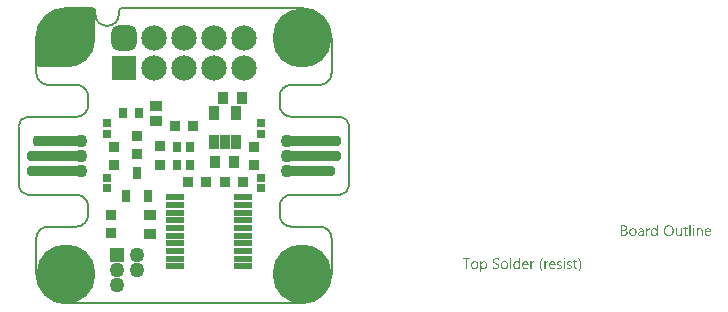
<source format=gts>
G04*
G04 #@! TF.GenerationSoftware,Altium Limited,Altium Designer,22.4.2 (48)*
G04*
G04 Layer_Color=8388736*
%FSAX25Y25*%
%MOIN*%
G70*
G04*
G04 #@! TF.SameCoordinates,03BAF07D-572A-4E9D-8DEF-3220CFA764F5*
G04*
G04*
G04 #@! TF.FilePolarity,Negative*
G04*
G01*
G75*
%ADD14C,0.00787*%
%ADD29R,0.03347X0.04528*%
%ADD30R,0.03740X0.04134*%
%ADD31R,0.03740X0.03740*%
%ADD32R,0.03150X0.02756*%
G04:AMPARAMS|DCode=33|XSize=35.43mil|YSize=188.98mil|CornerRadius=13.82mil|HoleSize=0mil|Usage=FLASHONLY|Rotation=90.000|XOffset=0mil|YOffset=0mil|HoleType=Round|Shape=RoundedRectangle|*
%AMROUNDEDRECTD33*
21,1,0.03543,0.16134,0,0,90.0*
21,1,0.00780,0.18898,0,0,90.0*
1,1,0.02764,0.08067,0.00390*
1,1,0.02764,0.08067,-0.00390*
1,1,0.02764,-0.08067,-0.00390*
1,1,0.02764,-0.08067,0.00390*
%
%ADD33ROUNDEDRECTD33*%
G04:AMPARAMS|DCode=34|XSize=35.43mil|YSize=169.29mil|CornerRadius=13.82mil|HoleSize=0mil|Usage=FLASHONLY|Rotation=90.000|XOffset=0mil|YOffset=0mil|HoleType=Round|Shape=RoundedRectangle|*
%AMROUNDEDRECTD34*
21,1,0.03543,0.14165,0,0,90.0*
21,1,0.00780,0.16929,0,0,90.0*
1,1,0.02764,0.07083,0.00390*
1,1,0.02764,0.07083,-0.00390*
1,1,0.02764,-0.07083,-0.00390*
1,1,0.02764,-0.07083,0.00390*
%
%ADD34ROUNDEDRECTD34*%
%ADD35R,0.03591X0.03791*%
%ADD36R,0.03791X0.03591*%
%ADD37R,0.02953X0.03543*%
%ADD38R,0.05906X0.02165*%
%ADD39R,0.02953X0.03740*%
%ADD40R,0.02953X0.04134*%
%ADD41R,0.04134X0.03740*%
%ADD42R,0.04191X0.03791*%
%ADD43C,0.04331*%
%ADD44C,0.00591*%
%ADD45R,0.08465X0.08465*%
%ADD46C,0.08465*%
G04:AMPARAMS|DCode=47|XSize=84.65mil|YSize=84.65mil|CornerRadius=22.64mil|HoleSize=0mil|Usage=FLASHONLY|Rotation=180.000|XOffset=0mil|YOffset=0mil|HoleType=Round|Shape=RoundedRectangle|*
%AMROUNDEDRECTD47*
21,1,0.08465,0.03937,0,0,180.0*
21,1,0.03937,0.08465,0,0,180.0*
1,1,0.04528,-0.01968,0.01968*
1,1,0.04528,0.01968,0.01968*
1,1,0.04528,0.01968,-0.01968*
1,1,0.04528,-0.01968,-0.01968*
%
%ADD47ROUNDEDRECTD47*%
%ADD48C,0.04961*%
%ADD49R,0.04961X0.04961*%
%ADD50C,0.19685*%
G36*
X-0030616Y0049271D02*
X-0030524Y0049260D01*
X-0030433Y0049242D01*
X-0030343Y0049217D01*
X-0030256Y0049184D01*
X-0030172Y0049146D01*
X-0030091Y0049100D01*
X-0030014Y0049049D01*
X-0029941Y0048991D01*
X-0029873Y0048928D01*
X-0029810Y0048860D01*
X-0029752Y0048787D01*
X-0029701Y0048710D01*
X-0029656Y0048629D01*
X-0029617Y0048545D01*
X-0029585Y0048458D01*
X-0029559Y0048368D01*
X-0029541Y0048277D01*
X-0029530Y0048185D01*
X-0029527Y0048092D01*
Y0038976D01*
X-0029530Y0038884D01*
X-0029541Y0038791D01*
X-0029559Y0038700D01*
X-0029585Y0038611D01*
X-0029601Y0038568D01*
X-0029617Y0038524D01*
X-0029636Y0038482D01*
X-0029656Y0038440D01*
X-0029672Y0038411D01*
X-0029701Y0038359D01*
X-0029752Y0038282D01*
X-0029810Y0038209D01*
X-0029840Y0038176D01*
X-0029873Y0038141D01*
X-0029873Y0038140D01*
X-0038141Y0029873D01*
X-0038209Y0029810D01*
X-0038282Y0029752D01*
X-0038359Y0029701D01*
X-0038440Y0029656D01*
X-0038524Y0029617D01*
X-0038611Y0029585D01*
X-0038700Y0029559D01*
X-0038791Y0029541D01*
X-0038884Y0029530D01*
X-0038976Y0029527D01*
X-0048092D01*
X-0048185Y0029530D01*
X-0048277Y0029541D01*
X-0048368Y0029559D01*
X-0048458Y0029585D01*
X-0048545Y0029617D01*
X-0048629Y0029656D01*
X-0048710Y0029701D01*
X-0048787Y0029752D01*
X-0048860Y0029810D01*
X-0048928Y0029873D01*
X-0048991Y0029941D01*
X-0049049Y0030014D01*
X-0049100Y0030091D01*
X-0049146Y0030172D01*
X-0049184Y0030256D01*
X-0049217Y0030343D01*
X-0049242Y0030433D01*
X-0049260Y0030524D01*
X-0049271Y0030616D01*
X-0049274Y0030709D01*
Y0039309D01*
X-0049274Y0039309D01*
X-0049271Y0039402D01*
X-0049260Y0039494D01*
X-0049242Y0039585D01*
X-0049217Y0039674D01*
X-0049184Y0039761D01*
X-0049146Y0039846D01*
X-0049100Y0039927D01*
X-0049049Y0040004D01*
X-0048991Y0040077D01*
X-0048928Y0040145D01*
X-0040145Y0048928D01*
X-0040077Y0048991D01*
X-0040004Y0049049D01*
X-0039927Y0049100D01*
X-0039846Y0049146D01*
X-0039761Y0049184D01*
X-0039674Y0049217D01*
X-0039585Y0049242D01*
X-0039494Y0049260D01*
X-0039402Y0049271D01*
X-0039309Y0049274D01*
X-0030709D01*
X-0030616Y0049271D01*
D02*
G37*
G36*
X0169938Y-0023048D02*
X0169966Y-0023054D01*
X0169993Y-0023064D01*
X0170024Y-0023079D01*
X0170055Y-0023098D01*
X0170086Y-0023122D01*
X0170089Y-0023125D01*
X0170098Y-0023135D01*
X0170111Y-0023150D01*
X0170126Y-0023172D01*
X0170139Y-0023200D01*
X0170151Y-0023231D01*
X0170160Y-0023268D01*
X0170163Y-0023308D01*
Y-0023314D01*
Y-0023326D01*
X0170160Y-0023345D01*
X0170154Y-0023373D01*
X0170145Y-0023401D01*
X0170129Y-0023431D01*
X0170111Y-0023462D01*
X0170086Y-0023493D01*
X0170083Y-0023496D01*
X0170074Y-0023506D01*
X0170055Y-0023518D01*
X0170034Y-0023530D01*
X0170006Y-0023543D01*
X0169975Y-0023555D01*
X0169941Y-0023564D01*
X0169901Y-0023567D01*
X0169882D01*
X0169863Y-0023564D01*
X0169836Y-0023558D01*
X0169808Y-0023549D01*
X0169777Y-0023537D01*
X0169746Y-0023521D01*
X0169715Y-0023496D01*
X0169712Y-0023493D01*
X0169703Y-0023484D01*
X0169691Y-0023465D01*
X0169678Y-0023444D01*
X0169666Y-0023419D01*
X0169653Y-0023385D01*
X0169644Y-0023348D01*
X0169641Y-0023308D01*
Y-0023302D01*
Y-0023289D01*
X0169644Y-0023268D01*
X0169650Y-0023243D01*
X0169660Y-0023212D01*
X0169672Y-0023181D01*
X0169691Y-0023150D01*
X0169715Y-0023122D01*
X0169718Y-0023119D01*
X0169728Y-0023110D01*
X0169746Y-0023098D01*
X0169768Y-0023082D01*
X0169796Y-0023070D01*
X0169826Y-0023058D01*
X0169860Y-0023048D01*
X0169901Y-0023045D01*
X0169919D01*
X0169938Y-0023048D01*
D02*
G37*
G36*
X0157970Y-0026713D02*
X0157568D01*
Y-0026290D01*
X0157559D01*
X0157556Y-0026296D01*
X0157547Y-0026311D01*
X0157528Y-0026333D01*
X0157507Y-0026364D01*
X0157476Y-0026401D01*
X0157442Y-0026441D01*
X0157398Y-0026484D01*
X0157346Y-0026531D01*
X0157290Y-0026577D01*
X0157225Y-0026620D01*
X0157154Y-0026660D01*
X0157077Y-0026698D01*
X0156994Y-0026728D01*
X0156901Y-0026750D01*
X0156802Y-0026766D01*
X0156697Y-0026772D01*
X0156675D01*
X0156651Y-0026769D01*
X0156620Y-0026766D01*
X0156580Y-0026763D01*
X0156533Y-0026753D01*
X0156481Y-0026744D01*
X0156425Y-0026728D01*
X0156366Y-0026713D01*
X0156305Y-0026688D01*
X0156243Y-0026664D01*
X0156178Y-0026630D01*
X0156116Y-0026592D01*
X0156054Y-0026546D01*
X0155996Y-0026494D01*
X0155940Y-0026435D01*
X0155937Y-0026432D01*
X0155928Y-0026419D01*
X0155915Y-0026401D01*
X0155897Y-0026373D01*
X0155875Y-0026339D01*
X0155850Y-0026299D01*
X0155826Y-0026250D01*
X0155801Y-0026194D01*
X0155773Y-0026132D01*
X0155748Y-0026064D01*
X0155724Y-0025987D01*
X0155702Y-0025907D01*
X0155684Y-0025820D01*
X0155671Y-0025724D01*
X0155662Y-0025625D01*
X0155659Y-0025520D01*
Y-0025517D01*
Y-0025514D01*
Y-0025505D01*
Y-0025493D01*
X0155662Y-0025462D01*
X0155665Y-0025418D01*
X0155668Y-0025363D01*
X0155674Y-0025304D01*
X0155684Y-0025236D01*
X0155699Y-0025162D01*
X0155714Y-0025085D01*
X0155736Y-0025001D01*
X0155761Y-0024921D01*
X0155792Y-0024834D01*
X0155826Y-0024754D01*
X0155869Y-0024674D01*
X0155915Y-0024596D01*
X0155971Y-0024522D01*
X0155974Y-0024519D01*
X0155986Y-0024507D01*
X0156005Y-0024488D01*
X0156030Y-0024464D01*
X0156061Y-0024436D01*
X0156098Y-0024402D01*
X0156144Y-0024368D01*
X0156193Y-0024334D01*
X0156252Y-0024300D01*
X0156314Y-0024266D01*
X0156382Y-0024232D01*
X0156456Y-0024204D01*
X0156536Y-0024179D01*
X0156623Y-0024161D01*
X0156712Y-0024148D01*
X0156808Y-0024145D01*
X0156830D01*
X0156858Y-0024148D01*
X0156892Y-0024151D01*
X0156935Y-0024158D01*
X0156984Y-0024167D01*
X0157037Y-0024179D01*
X0157096Y-0024195D01*
X0157157Y-0024216D01*
X0157219Y-0024244D01*
X0157281Y-0024278D01*
X0157343Y-0024318D01*
X0157402Y-0024365D01*
X0157460Y-0024417D01*
X0157513Y-0024482D01*
X0157559Y-0024553D01*
X0157568D01*
Y-0022999D01*
X0157970D01*
Y-0026713D01*
D02*
G37*
G36*
X0172184Y-0024148D02*
X0172212D01*
X0172246Y-0024155D01*
X0172286Y-0024161D01*
X0172329Y-0024167D01*
X0172376Y-0024179D01*
X0172425Y-0024192D01*
X0172478Y-0024210D01*
X0172530Y-0024232D01*
X0172583Y-0024260D01*
X0172632Y-0024291D01*
X0172682Y-0024324D01*
X0172728Y-0024368D01*
X0172771Y-0024414D01*
X0172774Y-0024417D01*
X0172781Y-0024426D01*
X0172793Y-0024442D01*
X0172805Y-0024464D01*
X0172821Y-0024491D01*
X0172839Y-0024525D01*
X0172861Y-0024566D01*
X0172882Y-0024609D01*
X0172901Y-0024661D01*
X0172923Y-0024717D01*
X0172941Y-0024782D01*
X0172957Y-0024850D01*
X0172969Y-0024924D01*
X0172981Y-0025004D01*
X0172987Y-0025088D01*
X0172991Y-0025180D01*
Y-0026713D01*
X0172589D01*
Y-0025282D01*
Y-0025279D01*
Y-0025273D01*
Y-0025264D01*
Y-0025248D01*
X0172586Y-0025230D01*
Y-0025208D01*
X0172580Y-0025159D01*
X0172570Y-0025097D01*
X0172558Y-0025029D01*
X0172539Y-0024958D01*
X0172515Y-0024884D01*
X0172484Y-0024810D01*
X0172447Y-0024738D01*
X0172400Y-0024670D01*
X0172342Y-0024609D01*
X0172277Y-0024559D01*
X0172240Y-0024538D01*
X0172196Y-0024519D01*
X0172153Y-0024504D01*
X0172107Y-0024494D01*
X0172057Y-0024488D01*
X0172005Y-0024485D01*
X0171977D01*
X0171956Y-0024488D01*
X0171931Y-0024491D01*
X0171900Y-0024498D01*
X0171866Y-0024504D01*
X0171832Y-0024513D01*
X0171792Y-0024525D01*
X0171751Y-0024541D01*
X0171711Y-0024559D01*
X0171668Y-0024581D01*
X0171628Y-0024609D01*
X0171585Y-0024640D01*
X0171545Y-0024674D01*
X0171507Y-0024714D01*
X0171504Y-0024717D01*
X0171498Y-0024723D01*
X0171489Y-0024735D01*
X0171476Y-0024754D01*
X0171461Y-0024776D01*
X0171446Y-0024803D01*
X0171427Y-0024834D01*
X0171408Y-0024868D01*
X0171390Y-0024908D01*
X0171371Y-0024952D01*
X0171356Y-0024998D01*
X0171341Y-0025047D01*
X0171328Y-0025103D01*
X0171319Y-0025159D01*
X0171313Y-0025221D01*
X0171310Y-0025282D01*
Y-0026713D01*
X0170908D01*
Y-0024204D01*
X0171310D01*
Y-0024621D01*
X0171319D01*
X0171322Y-0024615D01*
X0171331Y-0024600D01*
X0171350Y-0024578D01*
X0171371Y-0024547D01*
X0171402Y-0024510D01*
X0171436Y-0024470D01*
X0171480Y-0024426D01*
X0171529Y-0024383D01*
X0171585Y-0024340D01*
X0171646Y-0024297D01*
X0171714Y-0024257D01*
X0171785Y-0024219D01*
X0171866Y-0024189D01*
X0171952Y-0024167D01*
X0172045Y-0024151D01*
X0172144Y-0024145D01*
X0172162D01*
X0172184Y-0024148D01*
D02*
G37*
G36*
X0155208Y-0024164D02*
X0155242D01*
X0155279Y-0024170D01*
X0155319Y-0024176D01*
X0155359Y-0024182D01*
X0155393Y-0024195D01*
Y-0024612D01*
X0155387Y-0024609D01*
X0155375Y-0024600D01*
X0155350Y-0024587D01*
X0155316Y-0024572D01*
X0155270Y-0024556D01*
X0155220Y-0024544D01*
X0155158Y-0024535D01*
X0155087Y-0024532D01*
X0155062D01*
X0155044Y-0024535D01*
X0155022Y-0024538D01*
X0154998Y-0024544D01*
X0154939Y-0024562D01*
X0154905Y-0024575D01*
X0154871Y-0024590D01*
X0154834Y-0024612D01*
X0154797Y-0024633D01*
X0154763Y-0024661D01*
X0154726Y-0024695D01*
X0154692Y-0024732D01*
X0154658Y-0024776D01*
X0154655Y-0024779D01*
X0154651Y-0024788D01*
X0154642Y-0024800D01*
X0154630Y-0024819D01*
X0154618Y-0024844D01*
X0154602Y-0024874D01*
X0154587Y-0024908D01*
X0154571Y-0024949D01*
X0154556Y-0024992D01*
X0154540Y-0025041D01*
X0154525Y-0025097D01*
X0154512Y-0025156D01*
X0154500Y-0025221D01*
X0154491Y-0025289D01*
X0154488Y-0025360D01*
X0154485Y-0025437D01*
Y-0026713D01*
X0154083D01*
Y-0024204D01*
X0154485D01*
Y-0024723D01*
X0154494D01*
Y-0024720D01*
X0154497Y-0024711D01*
X0154503Y-0024698D01*
X0154509Y-0024680D01*
X0154519Y-0024658D01*
X0154531Y-0024630D01*
X0154559Y-0024572D01*
X0154596Y-0024504D01*
X0154642Y-0024436D01*
X0154695Y-0024371D01*
X0154756Y-0024309D01*
X0154760Y-0024306D01*
X0154766Y-0024303D01*
X0154775Y-0024297D01*
X0154787Y-0024284D01*
X0154803Y-0024275D01*
X0154824Y-0024263D01*
X0154871Y-0024235D01*
X0154930Y-0024207D01*
X0154998Y-0024182D01*
X0155072Y-0024167D01*
X0155112Y-0024164D01*
X0155152Y-0024161D01*
X0155177D01*
X0155208Y-0024164D01*
D02*
G37*
G36*
X0165970Y-0026713D02*
X0165568D01*
Y-0026318D01*
X0165559D01*
X0165556Y-0026324D01*
X0165547Y-0026336D01*
X0165531Y-0026361D01*
X0165513Y-0026389D01*
X0165485Y-0026423D01*
X0165451Y-0026460D01*
X0165414Y-0026503D01*
X0165368Y-0026543D01*
X0165318Y-0026586D01*
X0165259Y-0026627D01*
X0165198Y-0026667D01*
X0165127Y-0026701D01*
X0165049Y-0026728D01*
X0164969Y-0026753D01*
X0164879Y-0026766D01*
X0164784Y-0026772D01*
X0164762D01*
X0164746Y-0026769D01*
X0164725D01*
X0164700Y-0026766D01*
X0164672Y-0026759D01*
X0164645Y-0026756D01*
X0164576Y-0026738D01*
X0164499Y-0026716D01*
X0164419Y-0026682D01*
X0164379Y-0026660D01*
X0164336Y-0026639D01*
X0164292Y-0026611D01*
X0164252Y-0026583D01*
X0164212Y-0026549D01*
X0164172Y-0026512D01*
X0164132Y-0026469D01*
X0164094Y-0026426D01*
X0164060Y-0026376D01*
X0164026Y-0026321D01*
X0163999Y-0026262D01*
X0163971Y-0026200D01*
X0163946Y-0026132D01*
X0163925Y-0026058D01*
X0163909Y-0025978D01*
X0163897Y-0025894D01*
X0163891Y-0025802D01*
X0163888Y-0025706D01*
Y-0024204D01*
X0164286D01*
Y-0025641D01*
Y-0025644D01*
Y-0025650D01*
Y-0025659D01*
Y-0025675D01*
X0164289Y-0025693D01*
Y-0025715D01*
X0164295Y-0025764D01*
X0164305Y-0025826D01*
X0164317Y-0025891D01*
X0164339Y-0025965D01*
X0164363Y-0026036D01*
X0164394Y-0026111D01*
X0164434Y-0026185D01*
X0164484Y-0026250D01*
X0164543Y-0026311D01*
X0164614Y-0026361D01*
X0164651Y-0026382D01*
X0164694Y-0026401D01*
X0164740Y-0026416D01*
X0164787Y-0026426D01*
X0164839Y-0026432D01*
X0164895Y-0026435D01*
X0164923D01*
X0164944Y-0026432D01*
X0164969Y-0026429D01*
X0164997Y-0026423D01*
X0165031Y-0026416D01*
X0165065Y-0026407D01*
X0165102Y-0026398D01*
X0165142Y-0026382D01*
X0165182Y-0026364D01*
X0165222Y-0026342D01*
X0165262Y-0026318D01*
X0165303Y-0026290D01*
X0165340Y-0026256D01*
X0165377Y-0026219D01*
X0165380Y-0026215D01*
X0165386Y-0026209D01*
X0165395Y-0026197D01*
X0165408Y-0026178D01*
X0165420Y-0026157D01*
X0165439Y-0026132D01*
X0165454Y-0026101D01*
X0165473Y-0026067D01*
X0165491Y-0026027D01*
X0165507Y-0025984D01*
X0165525Y-0025937D01*
X0165538Y-0025888D01*
X0165550Y-0025832D01*
X0165559Y-0025777D01*
X0165565Y-0025715D01*
X0165568Y-0025650D01*
Y-0024204D01*
X0165970D01*
Y-0026713D01*
D02*
G37*
G36*
X0170095D02*
X0169694D01*
Y-0024204D01*
X0170095D01*
Y-0026713D01*
D02*
G37*
G36*
X0168881D02*
X0168479D01*
Y-0022999D01*
X0168881D01*
Y-0026713D01*
D02*
G37*
G36*
X0152479Y-0024148D02*
X0152501D01*
X0152523Y-0024151D01*
X0152550Y-0024155D01*
X0152581Y-0024161D01*
X0152646Y-0024173D01*
X0152723Y-0024195D01*
X0152801Y-0024223D01*
X0152884Y-0024263D01*
X0152967Y-0024312D01*
X0153008Y-0024340D01*
X0153048Y-0024374D01*
X0153085Y-0024411D01*
X0153122Y-0024448D01*
X0153156Y-0024491D01*
X0153187Y-0024541D01*
X0153218Y-0024590D01*
X0153245Y-0024646D01*
X0153267Y-0024708D01*
X0153289Y-0024772D01*
X0153304Y-0024840D01*
X0153317Y-0024918D01*
X0153323Y-0024995D01*
X0153326Y-0025082D01*
Y-0026713D01*
X0152924D01*
Y-0026324D01*
X0152915D01*
X0152912Y-0026330D01*
X0152902Y-0026342D01*
X0152887Y-0026364D01*
X0152865Y-0026395D01*
X0152838Y-0026429D01*
X0152804Y-0026466D01*
X0152767Y-0026506D01*
X0152720Y-0026546D01*
X0152668Y-0026589D01*
X0152612Y-0026630D01*
X0152547Y-0026667D01*
X0152479Y-0026701D01*
X0152402Y-0026732D01*
X0152322Y-0026753D01*
X0152235Y-0026766D01*
X0152142Y-0026772D01*
X0152105D01*
X0152081Y-0026769D01*
X0152050Y-0026766D01*
X0152013Y-0026763D01*
X0151972Y-0026756D01*
X0151929Y-0026747D01*
X0151833Y-0026722D01*
X0151787Y-0026707D01*
X0151738Y-0026688D01*
X0151688Y-0026667D01*
X0151642Y-0026639D01*
X0151599Y-0026608D01*
X0151555Y-0026574D01*
X0151552Y-0026571D01*
X0151546Y-0026565D01*
X0151537Y-0026552D01*
X0151521Y-0026537D01*
X0151506Y-0026518D01*
X0151490Y-0026494D01*
X0151469Y-0026466D01*
X0151450Y-0026435D01*
X0151432Y-0026398D01*
X0151413Y-0026358D01*
X0151395Y-0026314D01*
X0151379Y-0026268D01*
X0151364Y-0026219D01*
X0151354Y-0026166D01*
X0151348Y-0026107D01*
X0151345Y-0026049D01*
Y-0026046D01*
Y-0026039D01*
Y-0026030D01*
X0151348Y-0026018D01*
Y-0026002D01*
X0151351Y-0025984D01*
X0151357Y-0025937D01*
X0151370Y-0025882D01*
X0151388Y-0025820D01*
X0151413Y-0025752D01*
X0151450Y-0025681D01*
X0151494Y-0025610D01*
X0151546Y-0025539D01*
X0151580Y-0025505D01*
X0151614Y-0025471D01*
X0151654Y-0025437D01*
X0151694Y-0025406D01*
X0151741Y-0025375D01*
X0151790Y-0025347D01*
X0151843Y-0025322D01*
X0151901Y-0025298D01*
X0151963Y-0025276D01*
X0152028Y-0025258D01*
X0152099Y-0025242D01*
X0152173Y-0025230D01*
X0152924Y-0025125D01*
Y-0025122D01*
Y-0025119D01*
Y-0025109D01*
Y-0025097D01*
X0152921Y-0025066D01*
X0152915Y-0025026D01*
X0152909Y-0024976D01*
X0152896Y-0024921D01*
X0152881Y-0024865D01*
X0152859Y-0024803D01*
X0152831Y-0024745D01*
X0152797Y-0024686D01*
X0152757Y-0024633D01*
X0152708Y-0024584D01*
X0152646Y-0024544D01*
X0152578Y-0024513D01*
X0152541Y-0024501D01*
X0152498Y-0024491D01*
X0152454Y-0024488D01*
X0152408Y-0024485D01*
X0152386D01*
X0152365Y-0024488D01*
X0152331Y-0024491D01*
X0152291Y-0024494D01*
X0152244Y-0024501D01*
X0152192Y-0024510D01*
X0152136Y-0024522D01*
X0152074Y-0024541D01*
X0152009Y-0024559D01*
X0151942Y-0024584D01*
X0151871Y-0024615D01*
X0151799Y-0024652D01*
X0151728Y-0024692D01*
X0151657Y-0024738D01*
X0151589Y-0024794D01*
Y-0024383D01*
X0151592Y-0024380D01*
X0151605Y-0024374D01*
X0151626Y-0024362D01*
X0151654Y-0024346D01*
X0151691Y-0024328D01*
X0151731Y-0024309D01*
X0151781Y-0024287D01*
X0151837Y-0024263D01*
X0151895Y-0024241D01*
X0151960Y-0024219D01*
X0152031Y-0024201D01*
X0152105Y-0024182D01*
X0152186Y-0024167D01*
X0152266Y-0024155D01*
X0152352Y-0024148D01*
X0152442Y-0024145D01*
X0152464D01*
X0152479Y-0024148D01*
D02*
G37*
G36*
X0146843Y-0023203D02*
X0146880Y-0023206D01*
X0146923Y-0023212D01*
X0146973Y-0023218D01*
X0147028Y-0023227D01*
X0147084Y-0023240D01*
X0147143Y-0023255D01*
X0147205Y-0023274D01*
X0147263Y-0023295D01*
X0147325Y-0023320D01*
X0147381Y-0023351D01*
X0147436Y-0023385D01*
X0147489Y-0023425D01*
X0147492Y-0023428D01*
X0147501Y-0023435D01*
X0147514Y-0023447D01*
X0147529Y-0023465D01*
X0147551Y-0023487D01*
X0147572Y-0023515D01*
X0147597Y-0023546D01*
X0147622Y-0023580D01*
X0147646Y-0023620D01*
X0147671Y-0023663D01*
X0147693Y-0023713D01*
X0147714Y-0023762D01*
X0147730Y-0023818D01*
X0147742Y-0023876D01*
X0147751Y-0023938D01*
X0147755Y-0024003D01*
Y-0024006D01*
Y-0024015D01*
Y-0024031D01*
X0147751Y-0024053D01*
X0147748Y-0024080D01*
X0147745Y-0024108D01*
X0147742Y-0024142D01*
X0147736Y-0024179D01*
X0147714Y-0024263D01*
X0147687Y-0024349D01*
X0147668Y-0024396D01*
X0147646Y-0024439D01*
X0147622Y-0024482D01*
X0147594Y-0024525D01*
X0147591Y-0024528D01*
X0147588Y-0024535D01*
X0147578Y-0024547D01*
X0147563Y-0024562D01*
X0147548Y-0024578D01*
X0147529Y-0024600D01*
X0147504Y-0024621D01*
X0147480Y-0024646D01*
X0147449Y-0024670D01*
X0147415Y-0024698D01*
X0147378Y-0024723D01*
X0147337Y-0024751D01*
X0147294Y-0024776D01*
X0147251Y-0024797D01*
X0147149Y-0024837D01*
Y-0024847D01*
X0147152D01*
X0147164Y-0024850D01*
X0147183Y-0024853D01*
X0147208Y-0024856D01*
X0147239Y-0024862D01*
X0147273Y-0024871D01*
X0147313Y-0024884D01*
X0147353Y-0024896D01*
X0147442Y-0024930D01*
X0147492Y-0024952D01*
X0147538Y-0024980D01*
X0147585Y-0025007D01*
X0147631Y-0025038D01*
X0147677Y-0025075D01*
X0147717Y-0025115D01*
X0147721Y-0025119D01*
X0147727Y-0025125D01*
X0147736Y-0025137D01*
X0147751Y-0025156D01*
X0147767Y-0025180D01*
X0147785Y-0025205D01*
X0147804Y-0025239D01*
X0147826Y-0025273D01*
X0147844Y-0025313D01*
X0147863Y-0025360D01*
X0147881Y-0025406D01*
X0147897Y-0025458D01*
X0147912Y-0025517D01*
X0147921Y-0025576D01*
X0147928Y-0025638D01*
X0147931Y-0025706D01*
Y-0025712D01*
Y-0025724D01*
X0147928Y-0025749D01*
X0147924Y-0025780D01*
X0147921Y-0025820D01*
X0147912Y-0025863D01*
X0147903Y-0025913D01*
X0147890Y-0025965D01*
X0147872Y-0026024D01*
X0147850Y-0026083D01*
X0147826Y-0026141D01*
X0147795Y-0026203D01*
X0147758Y-0026265D01*
X0147714Y-0026324D01*
X0147665Y-0026379D01*
X0147606Y-0026435D01*
X0147603Y-0026438D01*
X0147591Y-0026447D01*
X0147572Y-0026460D01*
X0147548Y-0026478D01*
X0147517Y-0026500D01*
X0147476Y-0026521D01*
X0147433Y-0026549D01*
X0147384Y-0026574D01*
X0147325Y-0026599D01*
X0147263Y-0026623D01*
X0147198Y-0026648D01*
X0147124Y-0026670D01*
X0147047Y-0026688D01*
X0146967Y-0026701D01*
X0146880Y-0026710D01*
X0146791Y-0026713D01*
X0145768D01*
Y-0023200D01*
X0146809D01*
X0146843Y-0023203D01*
D02*
G37*
G36*
X0167311Y-0024204D02*
X0167945D01*
Y-0024550D01*
X0167311D01*
Y-0025962D01*
Y-0025965D01*
Y-0025975D01*
Y-0025987D01*
Y-0026002D01*
X0167314Y-0026024D01*
X0167317Y-0026049D01*
X0167324Y-0026101D01*
X0167333Y-0026163D01*
X0167348Y-0026222D01*
X0167370Y-0026277D01*
X0167382Y-0026302D01*
X0167398Y-0026324D01*
X0167401Y-0026327D01*
X0167413Y-0026339D01*
X0167435Y-0026358D01*
X0167466Y-0026376D01*
X0167506Y-0026398D01*
X0167555Y-0026413D01*
X0167614Y-0026426D01*
X0167682Y-0026432D01*
X0167707D01*
X0167735Y-0026429D01*
X0167772Y-0026423D01*
X0167812Y-0026410D01*
X0167858Y-0026398D01*
X0167901Y-0026376D01*
X0167945Y-0026348D01*
Y-0026691D01*
X0167942D01*
X0167938Y-0026695D01*
X0167929Y-0026698D01*
X0167920Y-0026704D01*
X0167886Y-0026716D01*
X0167846Y-0026728D01*
X0167790Y-0026741D01*
X0167725Y-0026753D01*
X0167651Y-0026763D01*
X0167568Y-0026766D01*
X0167540D01*
X0167506Y-0026759D01*
X0167466Y-0026753D01*
X0167416Y-0026744D01*
X0167361Y-0026725D01*
X0167299Y-0026704D01*
X0167240Y-0026673D01*
X0167178Y-0026636D01*
X0167116Y-0026586D01*
X0167061Y-0026528D01*
X0167036Y-0026494D01*
X0167011Y-0026456D01*
X0166990Y-0026416D01*
X0166971Y-0026373D01*
X0166953Y-0026327D01*
X0166937Y-0026274D01*
X0166925Y-0026222D01*
X0166916Y-0026163D01*
X0166913Y-0026101D01*
X0166910Y-0026033D01*
Y-0024550D01*
X0166480D01*
Y-0024204D01*
X0166910D01*
Y-0023592D01*
X0167311Y-0023462D01*
Y-0024204D01*
D02*
G37*
G36*
X0174780Y-0024148D02*
X0174814Y-0024151D01*
X0174857Y-0024155D01*
X0174903Y-0024161D01*
X0174956Y-0024173D01*
X0175012Y-0024185D01*
X0175073Y-0024201D01*
X0175135Y-0024223D01*
X0175197Y-0024250D01*
X0175262Y-0024281D01*
X0175324Y-0024318D01*
X0175382Y-0024362D01*
X0175441Y-0024411D01*
X0175494Y-0024467D01*
X0175497Y-0024470D01*
X0175506Y-0024482D01*
X0175518Y-0024501D01*
X0175537Y-0024525D01*
X0175555Y-0024556D01*
X0175580Y-0024596D01*
X0175605Y-0024643D01*
X0175629Y-0024695D01*
X0175654Y-0024757D01*
X0175679Y-0024822D01*
X0175704Y-0024896D01*
X0175722Y-0024973D01*
X0175741Y-0025060D01*
X0175753Y-0025150D01*
X0175762Y-0025248D01*
X0175765Y-0025350D01*
Y-0025561D01*
X0173992D01*
Y-0025567D01*
Y-0025579D01*
X0173995Y-0025601D01*
X0173998Y-0025628D01*
X0174001Y-0025666D01*
X0174007Y-0025706D01*
X0174013Y-0025749D01*
X0174026Y-0025798D01*
X0174054Y-0025903D01*
X0174072Y-0025956D01*
X0174094Y-0026012D01*
X0174118Y-0026064D01*
X0174146Y-0026117D01*
X0174180Y-0026163D01*
X0174217Y-0026209D01*
X0174220Y-0026212D01*
X0174227Y-0026219D01*
X0174239Y-0026231D01*
X0174258Y-0026243D01*
X0174279Y-0026262D01*
X0174307Y-0026280D01*
X0174338Y-0026302D01*
X0174372Y-0026321D01*
X0174412Y-0026342D01*
X0174458Y-0026364D01*
X0174505Y-0026382D01*
X0174560Y-0026401D01*
X0174616Y-0026413D01*
X0174678Y-0026426D01*
X0174743Y-0026432D01*
X0174811Y-0026435D01*
X0174829D01*
X0174851Y-0026432D01*
X0174882D01*
X0174919Y-0026426D01*
X0174962Y-0026419D01*
X0175012Y-0026410D01*
X0175067Y-0026401D01*
X0175126Y-0026386D01*
X0175188Y-0026367D01*
X0175252Y-0026345D01*
X0175317Y-0026318D01*
X0175385Y-0026287D01*
X0175453Y-0026250D01*
X0175521Y-0026206D01*
X0175589Y-0026157D01*
Y-0026534D01*
X0175586Y-0026537D01*
X0175574Y-0026543D01*
X0175555Y-0026555D01*
X0175531Y-0026571D01*
X0175497Y-0026589D01*
X0175456Y-0026608D01*
X0175410Y-0026630D01*
X0175357Y-0026651D01*
X0175296Y-0026676D01*
X0175231Y-0026698D01*
X0175160Y-0026716D01*
X0175083Y-0026735D01*
X0174999Y-0026750D01*
X0174909Y-0026763D01*
X0174814Y-0026769D01*
X0174715Y-0026772D01*
X0174690D01*
X0174665Y-0026769D01*
X0174628Y-0026766D01*
X0174582Y-0026763D01*
X0174529Y-0026753D01*
X0174474Y-0026744D01*
X0174412Y-0026728D01*
X0174347Y-0026710D01*
X0174279Y-0026688D01*
X0174208Y-0026660D01*
X0174140Y-0026630D01*
X0174069Y-0026589D01*
X0174004Y-0026543D01*
X0173939Y-0026491D01*
X0173881Y-0026432D01*
X0173877Y-0026429D01*
X0173868Y-0026416D01*
X0173853Y-0026395D01*
X0173834Y-0026367D01*
X0173810Y-0026333D01*
X0173785Y-0026290D01*
X0173757Y-0026240D01*
X0173729Y-0026182D01*
X0173701Y-0026120D01*
X0173673Y-0026046D01*
X0173649Y-0025968D01*
X0173624Y-0025882D01*
X0173606Y-0025789D01*
X0173590Y-0025690D01*
X0173581Y-0025582D01*
X0173578Y-0025471D01*
Y-0025468D01*
Y-0025465D01*
Y-0025455D01*
Y-0025446D01*
X0173581Y-0025415D01*
X0173584Y-0025372D01*
X0173587Y-0025322D01*
X0173596Y-0025267D01*
X0173606Y-0025202D01*
X0173618Y-0025131D01*
X0173636Y-0025057D01*
X0173658Y-0024980D01*
X0173686Y-0024899D01*
X0173717Y-0024819D01*
X0173754Y-0024742D01*
X0173800Y-0024661D01*
X0173850Y-0024587D01*
X0173908Y-0024516D01*
X0173911Y-0024513D01*
X0173924Y-0024501D01*
X0173942Y-0024482D01*
X0173967Y-0024457D01*
X0174001Y-0024430D01*
X0174041Y-0024399D01*
X0174084Y-0024365D01*
X0174137Y-0024331D01*
X0174193Y-0024297D01*
X0174258Y-0024263D01*
X0174326Y-0024232D01*
X0174397Y-0024204D01*
X0174474Y-0024179D01*
X0174557Y-0024161D01*
X0174644Y-0024148D01*
X0174733Y-0024145D01*
X0174755D01*
X0174780Y-0024148D01*
D02*
G37*
G36*
X0161737Y-0023144D02*
X0161758D01*
X0161780Y-0023147D01*
X0161808D01*
X0161870Y-0023156D01*
X0161941Y-0023166D01*
X0162021Y-0023181D01*
X0162108Y-0023203D01*
X0162197Y-0023227D01*
X0162293Y-0023261D01*
X0162389Y-0023302D01*
X0162488Y-0023348D01*
X0162587Y-0023404D01*
X0162679Y-0023469D01*
X0162772Y-0023546D01*
X0162858Y-0023632D01*
X0162865Y-0023639D01*
X0162877Y-0023654D01*
X0162899Y-0023682D01*
X0162930Y-0023722D01*
X0162961Y-0023771D01*
X0163001Y-0023830D01*
X0163041Y-0023898D01*
X0163081Y-0023975D01*
X0163121Y-0024065D01*
X0163161Y-0024161D01*
X0163201Y-0024266D01*
X0163235Y-0024380D01*
X0163263Y-0024504D01*
X0163285Y-0024633D01*
X0163297Y-0024769D01*
X0163303Y-0024915D01*
Y-0024918D01*
Y-0024924D01*
Y-0024936D01*
Y-0024952D01*
X0163300Y-0024973D01*
Y-0024998D01*
X0163297Y-0025026D01*
Y-0025057D01*
X0163294Y-0025091D01*
X0163291Y-0025128D01*
X0163279Y-0025211D01*
X0163266Y-0025307D01*
X0163248Y-0025406D01*
X0163223Y-0025514D01*
X0163192Y-0025625D01*
X0163155Y-0025737D01*
X0163112Y-0025851D01*
X0163059Y-0025962D01*
X0162998Y-0026073D01*
X0162926Y-0026175D01*
X0162846Y-0026274D01*
X0162840Y-0026280D01*
X0162824Y-0026296D01*
X0162800Y-0026321D01*
X0162763Y-0026351D01*
X0162716Y-0026389D01*
X0162661Y-0026432D01*
X0162599Y-0026475D01*
X0162525Y-0026521D01*
X0162441Y-0026568D01*
X0162349Y-0026614D01*
X0162250Y-0026657D01*
X0162142Y-0026695D01*
X0162024Y-0026725D01*
X0161901Y-0026750D01*
X0161768Y-0026766D01*
X0161629Y-0026772D01*
X0161595D01*
X0161579Y-0026769D01*
X0161558D01*
X0161533Y-0026766D01*
X0161505Y-0026763D01*
X0161440Y-0026756D01*
X0161369Y-0026747D01*
X0161286Y-0026732D01*
X0161199Y-0026710D01*
X0161103Y-0026685D01*
X0161008Y-0026651D01*
X0160909Y-0026611D01*
X0160807Y-0026565D01*
X0160708Y-0026509D01*
X0160612Y-0026441D01*
X0160516Y-0026367D01*
X0160430Y-0026280D01*
X0160424Y-0026274D01*
X0160411Y-0026259D01*
X0160390Y-0026231D01*
X0160359Y-0026191D01*
X0160325Y-0026141D01*
X0160288Y-0026083D01*
X0160248Y-0026015D01*
X0160207Y-0025934D01*
X0160164Y-0025848D01*
X0160124Y-0025752D01*
X0160087Y-0025647D01*
X0160053Y-0025533D01*
X0160022Y-0025409D01*
X0160000Y-0025279D01*
X0159988Y-0025143D01*
X0159982Y-0024998D01*
Y-0024995D01*
Y-0024989D01*
Y-0024976D01*
Y-0024961D01*
X0159985Y-0024939D01*
Y-0024918D01*
X0159988Y-0024890D01*
Y-0024859D01*
X0159991Y-0024825D01*
X0159997Y-0024785D01*
X0160006Y-0024704D01*
X0160019Y-0024612D01*
X0160040Y-0024513D01*
X0160062Y-0024405D01*
X0160093Y-0024297D01*
X0160130Y-0024185D01*
X0160173Y-0024071D01*
X0160226Y-0023960D01*
X0160288Y-0023852D01*
X0160359Y-0023747D01*
X0160439Y-0023648D01*
X0160445Y-0023642D01*
X0160461Y-0023626D01*
X0160485Y-0023601D01*
X0160522Y-0023567D01*
X0160569Y-0023530D01*
X0160627Y-0023487D01*
X0160692Y-0023441D01*
X0160767Y-0023394D01*
X0160853Y-0023348D01*
X0160946Y-0023302D01*
X0161048Y-0023258D01*
X0161159Y-0023221D01*
X0161279Y-0023187D01*
X0161406Y-0023163D01*
X0161542Y-0023147D01*
X0161687Y-0023141D01*
X0161718D01*
X0161737Y-0023144D01*
D02*
G37*
G36*
X0149751Y-0024148D02*
X0149791Y-0024151D01*
X0149837Y-0024155D01*
X0149893Y-0024164D01*
X0149952Y-0024173D01*
X0150016Y-0024189D01*
X0150087Y-0024207D01*
X0150159Y-0024229D01*
X0150230Y-0024257D01*
X0150304Y-0024291D01*
X0150375Y-0024331D01*
X0150446Y-0024377D01*
X0150511Y-0024430D01*
X0150573Y-0024491D01*
X0150576Y-0024494D01*
X0150585Y-0024507D01*
X0150601Y-0024528D01*
X0150622Y-0024556D01*
X0150647Y-0024590D01*
X0150672Y-0024633D01*
X0150702Y-0024683D01*
X0150730Y-0024742D01*
X0150761Y-0024806D01*
X0150789Y-0024878D01*
X0150814Y-0024955D01*
X0150838Y-0025041D01*
X0150860Y-0025134D01*
X0150875Y-0025233D01*
X0150885Y-0025338D01*
X0150888Y-0025449D01*
Y-0025452D01*
Y-0025455D01*
Y-0025465D01*
Y-0025477D01*
X0150885Y-0025508D01*
X0150882Y-0025548D01*
X0150879Y-0025601D01*
X0150869Y-0025659D01*
X0150860Y-0025724D01*
X0150845Y-0025795D01*
X0150826Y-0025870D01*
X0150804Y-0025950D01*
X0150777Y-0026030D01*
X0150746Y-0026111D01*
X0150706Y-0026191D01*
X0150659Y-0026268D01*
X0150607Y-0026342D01*
X0150548Y-0026413D01*
X0150545Y-0026416D01*
X0150532Y-0026429D01*
X0150514Y-0026447D01*
X0150486Y-0026469D01*
X0150452Y-0026497D01*
X0150412Y-0026528D01*
X0150363Y-0026559D01*
X0150307Y-0026592D01*
X0150245Y-0026627D01*
X0150177Y-0026657D01*
X0150103Y-0026688D01*
X0150023Y-0026716D01*
X0149933Y-0026738D01*
X0149840Y-0026756D01*
X0149744Y-0026769D01*
X0149639Y-0026772D01*
X0149615D01*
X0149587Y-0026769D01*
X0149547Y-0026766D01*
X0149500Y-0026763D01*
X0149445Y-0026753D01*
X0149386Y-0026744D01*
X0149321Y-0026728D01*
X0149250Y-0026710D01*
X0149179Y-0026685D01*
X0149105Y-0026657D01*
X0149031Y-0026623D01*
X0148957Y-0026583D01*
X0148882Y-0026537D01*
X0148814Y-0026484D01*
X0148750Y-0026423D01*
X0148747Y-0026419D01*
X0148734Y-0026407D01*
X0148719Y-0026386D01*
X0148697Y-0026358D01*
X0148672Y-0026324D01*
X0148644Y-0026280D01*
X0148617Y-0026231D01*
X0148586Y-0026172D01*
X0148555Y-0026111D01*
X0148524Y-0026039D01*
X0148496Y-0025962D01*
X0148471Y-0025879D01*
X0148450Y-0025792D01*
X0148434Y-0025696D01*
X0148422Y-0025594D01*
X0148419Y-0025489D01*
Y-0025486D01*
Y-0025483D01*
Y-0025474D01*
Y-0025462D01*
X0148422Y-0025428D01*
X0148425Y-0025384D01*
X0148428Y-0025332D01*
X0148438Y-0025270D01*
X0148447Y-0025202D01*
X0148462Y-0025128D01*
X0148481Y-0025051D01*
X0148502Y-0024970D01*
X0148530Y-0024887D01*
X0148564Y-0024803D01*
X0148604Y-0024723D01*
X0148648Y-0024646D01*
X0148700Y-0024572D01*
X0148762Y-0024501D01*
X0148765Y-0024498D01*
X0148777Y-0024485D01*
X0148799Y-0024467D01*
X0148827Y-0024445D01*
X0148861Y-0024417D01*
X0148904Y-0024389D01*
X0148953Y-0024355D01*
X0149009Y-0024321D01*
X0149071Y-0024291D01*
X0149142Y-0024257D01*
X0149219Y-0024229D01*
X0149303Y-0024201D01*
X0149392Y-0024179D01*
X0149488Y-0024161D01*
X0149590Y-0024148D01*
X0149698Y-0024145D01*
X0149723D01*
X0149751Y-0024148D01*
D02*
G37*
G36*
X0126894Y-0034061D02*
X0126922Y-0034067D01*
X0126950Y-0034076D01*
X0126981Y-0034092D01*
X0127012Y-0034110D01*
X0127042Y-0034135D01*
X0127046Y-0034138D01*
X0127055Y-0034147D01*
X0127067Y-0034163D01*
X0127083Y-0034184D01*
X0127095Y-0034212D01*
X0127107Y-0034243D01*
X0127117Y-0034280D01*
X0127120Y-0034320D01*
Y-0034326D01*
Y-0034339D01*
X0127117Y-0034357D01*
X0127110Y-0034385D01*
X0127101Y-0034413D01*
X0127086Y-0034444D01*
X0127067Y-0034475D01*
X0127042Y-0034506D01*
X0127039Y-0034509D01*
X0127030Y-0034518D01*
X0127012Y-0034530D01*
X0126990Y-0034543D01*
X0126962Y-0034555D01*
X0126931Y-0034567D01*
X0126897Y-0034577D01*
X0126857Y-0034580D01*
X0126839D01*
X0126820Y-0034577D01*
X0126792Y-0034571D01*
X0126764Y-0034561D01*
X0126733Y-0034549D01*
X0126702Y-0034534D01*
X0126672Y-0034509D01*
X0126669Y-0034506D01*
X0126659Y-0034496D01*
X0126647Y-0034478D01*
X0126635Y-0034456D01*
X0126622Y-0034431D01*
X0126610Y-0034398D01*
X0126601Y-0034361D01*
X0126597Y-0034320D01*
Y-0034314D01*
Y-0034302D01*
X0126601Y-0034280D01*
X0126607Y-0034255D01*
X0126616Y-0034225D01*
X0126628Y-0034194D01*
X0126647Y-0034163D01*
X0126672Y-0034135D01*
X0126675Y-0034132D01*
X0126684Y-0034122D01*
X0126702Y-0034110D01*
X0126724Y-0034095D01*
X0126752Y-0034082D01*
X0126783Y-0034070D01*
X0126817Y-0034061D01*
X0126857Y-0034058D01*
X0126876D01*
X0126894Y-0034061D01*
D02*
G37*
G36*
X0104315Y-0034157D02*
X0104359D01*
X0104408Y-0034160D01*
X0104464Y-0034163D01*
X0104523Y-0034169D01*
X0104646Y-0034184D01*
X0104770Y-0034206D01*
X0104832Y-0034221D01*
X0104887Y-0034237D01*
X0104943Y-0034258D01*
X0104989Y-0034280D01*
Y-0034744D01*
X0104986Y-0034740D01*
X0104974Y-0034734D01*
X0104958Y-0034725D01*
X0104934Y-0034710D01*
X0104903Y-0034694D01*
X0104866Y-0034676D01*
X0104822Y-0034654D01*
X0104773Y-0034635D01*
X0104717Y-0034614D01*
X0104655Y-0034595D01*
X0104590Y-0034577D01*
X0104519Y-0034561D01*
X0104445Y-0034546D01*
X0104365Y-0034537D01*
X0104278Y-0034530D01*
X0104189Y-0034527D01*
X0104139D01*
X0104105Y-0034530D01*
X0104065Y-0034534D01*
X0104019Y-0034540D01*
X0103969Y-0034546D01*
X0103920Y-0034555D01*
X0103914D01*
X0103898Y-0034561D01*
X0103874Y-0034567D01*
X0103840Y-0034577D01*
X0103803Y-0034589D01*
X0103762Y-0034605D01*
X0103719Y-0034626D01*
X0103679Y-0034648D01*
X0103676Y-0034651D01*
X0103660Y-0034660D01*
X0103642Y-0034673D01*
X0103617Y-0034691D01*
X0103592Y-0034716D01*
X0103561Y-0034744D01*
X0103534Y-0034775D01*
X0103509Y-0034812D01*
X0103506Y-0034815D01*
X0103500Y-0034830D01*
X0103487Y-0034852D01*
X0103478Y-0034880D01*
X0103466Y-0034914D01*
X0103453Y-0034957D01*
X0103447Y-0035003D01*
X0103444Y-0035056D01*
Y-0035062D01*
Y-0035077D01*
X0103447Y-0035105D01*
X0103450Y-0035136D01*
X0103456Y-0035173D01*
X0103466Y-0035213D01*
X0103478Y-0035254D01*
X0103493Y-0035291D01*
X0103497Y-0035294D01*
X0103503Y-0035306D01*
X0103515Y-0035324D01*
X0103531Y-0035349D01*
X0103552Y-0035377D01*
X0103577Y-0035408D01*
X0103608Y-0035439D01*
X0103642Y-0035470D01*
X0103645Y-0035473D01*
X0103660Y-0035482D01*
X0103682Y-0035501D01*
X0103710Y-0035519D01*
X0103744Y-0035544D01*
X0103784Y-0035569D01*
X0103830Y-0035599D01*
X0103880Y-0035627D01*
X0103883D01*
X0103886Y-0035631D01*
X0103904Y-0035640D01*
X0103935Y-0035655D01*
X0103972Y-0035677D01*
X0104022Y-0035698D01*
X0104077Y-0035726D01*
X0104139Y-0035757D01*
X0104204Y-0035791D01*
X0104207D01*
X0104214Y-0035794D01*
X0104223Y-0035800D01*
X0104235Y-0035807D01*
X0104254Y-0035816D01*
X0104272Y-0035825D01*
X0104319Y-0035850D01*
X0104374Y-0035881D01*
X0104436Y-0035915D01*
X0104498Y-0035949D01*
X0104563Y-0035989D01*
X0104566D01*
X0104569Y-0035992D01*
X0104578Y-0035998D01*
X0104590Y-0036007D01*
X0104624Y-0036029D01*
X0104665Y-0036057D01*
X0104711Y-0036091D01*
X0104760Y-0036128D01*
X0104810Y-0036171D01*
X0104859Y-0036217D01*
X0104866Y-0036224D01*
X0104881Y-0036239D01*
X0104903Y-0036264D01*
X0104934Y-0036298D01*
X0104964Y-0036338D01*
X0104998Y-0036384D01*
X0105029Y-0036437D01*
X0105060Y-0036493D01*
Y-0036496D01*
X0105063Y-0036499D01*
X0105066Y-0036508D01*
X0105072Y-0036520D01*
X0105085Y-0036551D01*
X0105100Y-0036591D01*
X0105113Y-0036644D01*
X0105125Y-0036703D01*
X0105134Y-0036768D01*
X0105137Y-0036839D01*
Y-0036842D01*
Y-0036851D01*
Y-0036863D01*
Y-0036882D01*
X0105134Y-0036904D01*
X0105131Y-0036931D01*
X0105128Y-0036959D01*
X0105125Y-0036990D01*
X0105113Y-0037061D01*
X0105094Y-0037135D01*
X0105069Y-0037209D01*
X0105035Y-0037280D01*
Y-0037284D01*
X0105032Y-0037290D01*
X0105026Y-0037299D01*
X0105017Y-0037311D01*
X0104995Y-0037342D01*
X0104964Y-0037386D01*
X0104924Y-0037432D01*
X0104878Y-0037481D01*
X0104822Y-0037528D01*
X0104760Y-0037574D01*
X0104757D01*
X0104751Y-0037580D01*
X0104742Y-0037583D01*
X0104729Y-0037593D01*
X0104714Y-0037602D01*
X0104692Y-0037611D01*
X0104646Y-0037636D01*
X0104587Y-0037661D01*
X0104519Y-0037688D01*
X0104445Y-0037713D01*
X0104362Y-0037735D01*
X0104359D01*
X0104353Y-0037738D01*
X0104340D01*
X0104322Y-0037741D01*
X0104303Y-0037747D01*
X0104278Y-0037750D01*
X0104251Y-0037753D01*
X0104217Y-0037760D01*
X0104146Y-0037769D01*
X0104065Y-0037775D01*
X0103979Y-0037781D01*
X0103886Y-0037784D01*
X0103852D01*
X0103830Y-0037781D01*
X0103799D01*
X0103762Y-0037778D01*
X0103722Y-0037775D01*
X0103679Y-0037769D01*
X0103673D01*
X0103657Y-0037766D01*
X0103633Y-0037762D01*
X0103602Y-0037760D01*
X0103565Y-0037753D01*
X0103521Y-0037747D01*
X0103478Y-0037741D01*
X0103429Y-0037732D01*
X0103422D01*
X0103407Y-0037729D01*
X0103382Y-0037722D01*
X0103351Y-0037713D01*
X0103314Y-0037707D01*
X0103274Y-0037695D01*
X0103188Y-0037670D01*
X0103181Y-0037667D01*
X0103169Y-0037664D01*
X0103147Y-0037654D01*
X0103123Y-0037645D01*
X0103095Y-0037633D01*
X0103064Y-0037617D01*
X0103033Y-0037602D01*
X0103005Y-0037583D01*
Y-0037098D01*
X0103008Y-0037101D01*
X0103021Y-0037111D01*
X0103039Y-0037126D01*
X0103061Y-0037141D01*
X0103092Y-0037163D01*
X0103126Y-0037185D01*
X0103163Y-0037209D01*
X0103206Y-0037231D01*
X0103212Y-0037234D01*
X0103228Y-0037240D01*
X0103249Y-0037253D01*
X0103280Y-0037265D01*
X0103317Y-0037280D01*
X0103358Y-0037299D01*
X0103404Y-0037318D01*
X0103450Y-0037333D01*
X0103456Y-0037336D01*
X0103472Y-0037339D01*
X0103500Y-0037345D01*
X0103531Y-0037355D01*
X0103571Y-0037367D01*
X0103614Y-0037376D01*
X0103710Y-0037395D01*
X0103716D01*
X0103732Y-0037398D01*
X0103756Y-0037401D01*
X0103790Y-0037404D01*
X0103827Y-0037410D01*
X0103867Y-0037413D01*
X0103951Y-0037416D01*
X0103988D01*
X0104013Y-0037413D01*
X0104044D01*
X0104081Y-0037410D01*
X0104121Y-0037404D01*
X0104164Y-0037398D01*
X0104257Y-0037383D01*
X0104350Y-0037358D01*
X0104439Y-0037324D01*
X0104479Y-0037302D01*
X0104516Y-0037277D01*
X0104519Y-0037274D01*
X0104526Y-0037271D01*
X0104535Y-0037262D01*
X0104547Y-0037250D01*
X0104560Y-0037237D01*
X0104575Y-0037219D01*
X0104594Y-0037197D01*
X0104612Y-0037172D01*
X0104628Y-0037145D01*
X0104646Y-0037117D01*
X0104677Y-0037046D01*
X0104686Y-0037005D01*
X0104696Y-0036962D01*
X0104702Y-0036919D01*
X0104705Y-0036869D01*
Y-0036866D01*
Y-0036863D01*
Y-0036845D01*
X0104702Y-0036820D01*
X0104699Y-0036786D01*
X0104689Y-0036746D01*
X0104680Y-0036706D01*
X0104665Y-0036663D01*
X0104643Y-0036622D01*
X0104640Y-0036616D01*
X0104631Y-0036604D01*
X0104618Y-0036585D01*
X0104600Y-0036557D01*
X0104575Y-0036530D01*
X0104544Y-0036496D01*
X0104510Y-0036465D01*
X0104470Y-0036431D01*
X0104464Y-0036428D01*
X0104451Y-0036415D01*
X0104427Y-0036397D01*
X0104396Y-0036375D01*
X0104356Y-0036350D01*
X0104312Y-0036323D01*
X0104263Y-0036292D01*
X0104207Y-0036264D01*
X0104204D01*
X0104201Y-0036261D01*
X0104192Y-0036255D01*
X0104183Y-0036248D01*
X0104152Y-0036233D01*
X0104112Y-0036211D01*
X0104062Y-0036187D01*
X0104007Y-0036159D01*
X0103948Y-0036128D01*
X0103883Y-0036094D01*
X0103880D01*
X0103874Y-0036091D01*
X0103864Y-0036085D01*
X0103852Y-0036079D01*
X0103818Y-0036060D01*
X0103772Y-0036035D01*
X0103719Y-0036007D01*
X0103660Y-0035976D01*
X0103540Y-0035906D01*
X0103537D01*
X0103534Y-0035902D01*
X0103524Y-0035896D01*
X0103512Y-0035890D01*
X0103484Y-0035868D01*
X0103447Y-0035844D01*
X0103404Y-0035813D01*
X0103358Y-0035776D01*
X0103311Y-0035739D01*
X0103265Y-0035695D01*
X0103259Y-0035689D01*
X0103246Y-0035674D01*
X0103225Y-0035652D01*
X0103197Y-0035621D01*
X0103169Y-0035581D01*
X0103138Y-0035538D01*
X0103107Y-0035488D01*
X0103079Y-0035436D01*
Y-0035433D01*
X0103076Y-0035430D01*
X0103073Y-0035420D01*
X0103070Y-0035408D01*
X0103058Y-0035377D01*
X0103045Y-0035337D01*
X0103033Y-0035287D01*
X0103021Y-0035229D01*
X0103015Y-0035164D01*
X0103012Y-0035093D01*
Y-0035090D01*
Y-0035083D01*
Y-0035068D01*
X0103015Y-0035053D01*
Y-0035031D01*
X0103018Y-0035006D01*
X0103024Y-0034951D01*
X0103036Y-0034886D01*
X0103055Y-0034815D01*
X0103083Y-0034744D01*
X0103117Y-0034676D01*
Y-0034673D01*
X0103123Y-0034666D01*
X0103129Y-0034657D01*
X0103135Y-0034645D01*
X0103160Y-0034614D01*
X0103191Y-0034571D01*
X0103231Y-0034524D01*
X0103277Y-0034475D01*
X0103330Y-0034428D01*
X0103392Y-0034382D01*
X0103395D01*
X0103401Y-0034376D01*
X0103410Y-0034370D01*
X0103422Y-0034363D01*
X0103438Y-0034354D01*
X0103456Y-0034342D01*
X0103506Y-0034317D01*
X0103565Y-0034289D01*
X0103630Y-0034262D01*
X0103704Y-0034234D01*
X0103784Y-0034212D01*
X0103787D01*
X0103793Y-0034209D01*
X0103806Y-0034206D01*
X0103821Y-0034203D01*
X0103843Y-0034200D01*
X0103864Y-0034194D01*
X0103892Y-0034187D01*
X0103923Y-0034181D01*
X0103991Y-0034172D01*
X0104065Y-0034163D01*
X0104149Y-0034157D01*
X0104232Y-0034153D01*
X0104281D01*
X0104315Y-0034157D01*
D02*
G37*
G36*
X0112081Y-0037725D02*
X0111679D01*
Y-0037302D01*
X0111670D01*
X0111667Y-0037308D01*
X0111657Y-0037324D01*
X0111639Y-0037345D01*
X0111617Y-0037376D01*
X0111586Y-0037413D01*
X0111552Y-0037454D01*
X0111509Y-0037497D01*
X0111457Y-0037543D01*
X0111401Y-0037589D01*
X0111336Y-0037633D01*
X0111265Y-0037673D01*
X0111188Y-0037710D01*
X0111104Y-0037741D01*
X0111012Y-0037762D01*
X0110913Y-0037778D01*
X0110808Y-0037784D01*
X0110786D01*
X0110761Y-0037781D01*
X0110730Y-0037778D01*
X0110690Y-0037775D01*
X0110644Y-0037766D01*
X0110591Y-0037756D01*
X0110536Y-0037741D01*
X0110477Y-0037725D01*
X0110415Y-0037701D01*
X0110353Y-0037676D01*
X0110288Y-0037642D01*
X0110227Y-0037605D01*
X0110165Y-0037559D01*
X0110106Y-0037506D01*
X0110050Y-0037447D01*
X0110047Y-0037444D01*
X0110038Y-0037432D01*
X0110026Y-0037413D01*
X0110007Y-0037386D01*
X0109986Y-0037352D01*
X0109961Y-0037311D01*
X0109936Y-0037262D01*
X0109912Y-0037206D01*
X0109884Y-0037145D01*
X0109859Y-0037077D01*
X0109834Y-0036999D01*
X0109813Y-0036919D01*
X0109794Y-0036832D01*
X0109782Y-0036737D01*
X0109772Y-0036638D01*
X0109769Y-0036533D01*
Y-0036530D01*
Y-0036527D01*
Y-0036517D01*
Y-0036505D01*
X0109772Y-0036474D01*
X0109775Y-0036431D01*
X0109779Y-0036375D01*
X0109785Y-0036316D01*
X0109794Y-0036248D01*
X0109810Y-0036174D01*
X0109825Y-0036097D01*
X0109847Y-0036014D01*
X0109871Y-0035933D01*
X0109902Y-0035847D01*
X0109936Y-0035766D01*
X0109979Y-0035686D01*
X0110026Y-0035609D01*
X0110081Y-0035535D01*
X0110084Y-0035532D01*
X0110097Y-0035519D01*
X0110115Y-0035501D01*
X0110140Y-0035476D01*
X0110171Y-0035448D01*
X0110208Y-0035414D01*
X0110255Y-0035380D01*
X0110304Y-0035346D01*
X0110363Y-0035312D01*
X0110424Y-0035278D01*
X0110492Y-0035244D01*
X0110567Y-0035216D01*
X0110647Y-0035192D01*
X0110733Y-0035173D01*
X0110823Y-0035161D01*
X0110919Y-0035158D01*
X0110940D01*
X0110968Y-0035161D01*
X0111002Y-0035164D01*
X0111046Y-0035170D01*
X0111095Y-0035179D01*
X0111147Y-0035192D01*
X0111206Y-0035207D01*
X0111268Y-0035229D01*
X0111330Y-0035257D01*
X0111392Y-0035291D01*
X0111453Y-0035331D01*
X0111512Y-0035377D01*
X0111571Y-0035430D01*
X0111623Y-0035495D01*
X0111670Y-0035566D01*
X0111679D01*
Y-0034011D01*
X0112081D01*
Y-0037725D01*
D02*
G37*
G36*
X0100116Y-0035161D02*
X0100150Y-0035164D01*
X0100190Y-0035167D01*
X0100237Y-0035176D01*
X0100289Y-0035186D01*
X0100348Y-0035201D01*
X0100407Y-0035219D01*
X0100468Y-0035241D01*
X0100530Y-0035269D01*
X0100595Y-0035300D01*
X0100657Y-0035340D01*
X0100716Y-0035386D01*
X0100774Y-0035439D01*
X0100827Y-0035498D01*
X0100830Y-0035501D01*
X0100839Y-0035513D01*
X0100852Y-0035532D01*
X0100870Y-0035559D01*
X0100889Y-0035593D01*
X0100913Y-0035634D01*
X0100938Y-0035683D01*
X0100963Y-0035735D01*
X0100988Y-0035797D01*
X0101012Y-0035865D01*
X0101037Y-0035939D01*
X0101056Y-0036020D01*
X0101074Y-0036106D01*
X0101086Y-0036199D01*
X0101096Y-0036298D01*
X0101099Y-0036400D01*
Y-0036403D01*
Y-0036406D01*
Y-0036415D01*
Y-0036428D01*
X0101096Y-0036462D01*
X0101093Y-0036505D01*
X0101090Y-0036557D01*
X0101083Y-0036619D01*
X0101074Y-0036687D01*
X0101062Y-0036761D01*
X0101043Y-0036839D01*
X0101025Y-0036922D01*
X0101000Y-0037005D01*
X0100969Y-0037089D01*
X0100935Y-0037172D01*
X0100895Y-0037256D01*
X0100845Y-0037333D01*
X0100793Y-0037407D01*
X0100790Y-0037410D01*
X0100777Y-0037423D01*
X0100762Y-0037441D01*
X0100737Y-0037466D01*
X0100706Y-0037494D01*
X0100669Y-0037528D01*
X0100623Y-0037562D01*
X0100574Y-0037596D01*
X0100518Y-0037630D01*
X0100453Y-0037664D01*
X0100385Y-0037698D01*
X0100311Y-0037725D01*
X0100231Y-0037750D01*
X0100144Y-0037769D01*
X0100051Y-0037781D01*
X0099955Y-0037784D01*
X0099934D01*
X0099909Y-0037781D01*
X0099875Y-0037778D01*
X0099835Y-0037772D01*
X0099789Y-0037762D01*
X0099736Y-0037750D01*
X0099677Y-0037732D01*
X0099619Y-0037710D01*
X0099557Y-0037682D01*
X0099495Y-0037648D01*
X0099430Y-0037608D01*
X0099368Y-0037559D01*
X0099310Y-0037503D01*
X0099254Y-0037438D01*
X0099202Y-0037364D01*
X0099192D01*
Y-0038878D01*
X0098791D01*
Y-0035216D01*
X0099192D01*
Y-0035658D01*
X0099202D01*
X0099205Y-0035652D01*
X0099217Y-0035637D01*
X0099232Y-0035612D01*
X0099257Y-0035581D01*
X0099288Y-0035541D01*
X0099325Y-0035501D01*
X0099371Y-0035454D01*
X0099421Y-0035408D01*
X0099480Y-0035362D01*
X0099545Y-0035315D01*
X0099616Y-0035275D01*
X0099693Y-0035235D01*
X0099776Y-0035204D01*
X0099869Y-0035179D01*
X0099965Y-0035164D01*
X0100070Y-0035158D01*
X0100091D01*
X0100116Y-0035161D01*
D02*
G37*
G36*
X0128733D02*
X0128761D01*
X0128795Y-0035164D01*
X0128832Y-0035167D01*
X0128872Y-0035173D01*
X0128964Y-0035186D01*
X0129060Y-0035207D01*
X0129162Y-0035235D01*
X0129261Y-0035272D01*
Y-0035680D01*
X0129258Y-0035677D01*
X0129249Y-0035671D01*
X0129233Y-0035664D01*
X0129212Y-0035652D01*
X0129187Y-0035637D01*
X0129156Y-0035621D01*
X0129119Y-0035606D01*
X0129079Y-0035587D01*
X0129032Y-0035572D01*
X0128986Y-0035556D01*
X0128934Y-0035541D01*
X0128878Y-0035525D01*
X0128816Y-0035513D01*
X0128754Y-0035507D01*
X0128692Y-0035501D01*
X0128624Y-0035498D01*
X0128584D01*
X0128557Y-0035501D01*
X0128526Y-0035504D01*
X0128492Y-0035510D01*
X0128421Y-0035525D01*
X0128418D01*
X0128405Y-0035528D01*
X0128390Y-0035535D01*
X0128368Y-0035544D01*
X0128319Y-0035566D01*
X0128266Y-0035596D01*
X0128263Y-0035599D01*
X0128257Y-0035606D01*
X0128244Y-0035615D01*
X0128229Y-0035627D01*
X0128195Y-0035661D01*
X0128164Y-0035708D01*
Y-0035711D01*
X0128158Y-0035720D01*
X0128155Y-0035732D01*
X0128149Y-0035751D01*
X0128142Y-0035770D01*
X0128136Y-0035794D01*
X0128133Y-0035822D01*
X0128130Y-0035850D01*
Y-0035853D01*
Y-0035865D01*
X0128133Y-0035884D01*
Y-0035909D01*
X0128139Y-0035933D01*
X0128146Y-0035961D01*
X0128152Y-0035989D01*
X0128164Y-0036017D01*
X0128167Y-0036020D01*
X0128170Y-0036029D01*
X0128180Y-0036041D01*
X0128192Y-0036057D01*
X0128207Y-0036072D01*
X0128223Y-0036094D01*
X0128269Y-0036134D01*
X0128272Y-0036137D01*
X0128281Y-0036143D01*
X0128297Y-0036153D01*
X0128315Y-0036165D01*
X0128340Y-0036177D01*
X0128368Y-0036193D01*
X0128402Y-0036211D01*
X0128436Y-0036227D01*
X0128439Y-0036230D01*
X0128455Y-0036233D01*
X0128473Y-0036242D01*
X0128501Y-0036252D01*
X0128535Y-0036267D01*
X0128572Y-0036282D01*
X0128612Y-0036298D01*
X0128658Y-0036316D01*
X0128662D01*
X0128665Y-0036320D01*
X0128674Y-0036323D01*
X0128686Y-0036326D01*
X0128717Y-0036338D01*
X0128757Y-0036357D01*
X0128804Y-0036375D01*
X0128856Y-0036397D01*
X0128909Y-0036421D01*
X0128958Y-0036446D01*
X0128961D01*
X0128964Y-0036449D01*
X0128980Y-0036459D01*
X0129005Y-0036471D01*
X0129035Y-0036489D01*
X0129073Y-0036514D01*
X0129110Y-0036539D01*
X0129147Y-0036570D01*
X0129184Y-0036601D01*
X0129187Y-0036604D01*
X0129199Y-0036616D01*
X0129215Y-0036632D01*
X0129236Y-0036656D01*
X0129258Y-0036684D01*
X0129283Y-0036718D01*
X0129304Y-0036755D01*
X0129326Y-0036795D01*
X0129329Y-0036802D01*
X0129335Y-0036814D01*
X0129341Y-0036839D01*
X0129351Y-0036869D01*
X0129360Y-0036907D01*
X0129369Y-0036950D01*
X0129372Y-0036999D01*
X0129375Y-0037055D01*
Y-0037058D01*
Y-0037064D01*
Y-0037073D01*
Y-0037086D01*
X0129372Y-0037120D01*
X0129366Y-0037166D01*
X0129354Y-0037216D01*
X0129341Y-0037271D01*
X0129320Y-0037327D01*
X0129292Y-0037379D01*
X0129289Y-0037386D01*
X0129277Y-0037401D01*
X0129258Y-0037426D01*
X0129233Y-0037460D01*
X0129202Y-0037494D01*
X0129165Y-0037534D01*
X0129122Y-0037571D01*
X0129073Y-0037608D01*
X0129066Y-0037611D01*
X0129048Y-0037624D01*
X0129020Y-0037639D01*
X0128983Y-0037657D01*
X0128937Y-0037679D01*
X0128881Y-0037701D01*
X0128822Y-0037722D01*
X0128757Y-0037741D01*
X0128754D01*
X0128748Y-0037744D01*
X0128739D01*
X0128726Y-0037747D01*
X0128711Y-0037750D01*
X0128692Y-0037753D01*
X0128646Y-0037762D01*
X0128587Y-0037772D01*
X0128526Y-0037778D01*
X0128458Y-0037781D01*
X0128384Y-0037784D01*
X0128346D01*
X0128319Y-0037781D01*
X0128285D01*
X0128247Y-0037775D01*
X0128201Y-0037772D01*
X0128155Y-0037766D01*
X0128102Y-0037756D01*
X0128050Y-0037747D01*
X0127938Y-0037722D01*
X0127824Y-0037685D01*
X0127769Y-0037661D01*
X0127713Y-0037636D01*
Y-0037206D01*
X0127716Y-0037209D01*
X0127728Y-0037216D01*
X0127747Y-0037228D01*
X0127772Y-0037243D01*
X0127803Y-0037262D01*
X0127837Y-0037284D01*
X0127880Y-0037305D01*
X0127926Y-0037327D01*
X0127979Y-0037348D01*
X0128034Y-0037370D01*
X0128093Y-0037392D01*
X0128155Y-0037410D01*
X0128223Y-0037426D01*
X0128291Y-0037438D01*
X0128362Y-0037444D01*
X0128436Y-0037447D01*
X0128458D01*
X0128486Y-0037444D01*
X0128519Y-0037441D01*
X0128560Y-0037435D01*
X0128603Y-0037429D01*
X0128652Y-0037416D01*
X0128702Y-0037404D01*
X0128748Y-0037386D01*
X0128798Y-0037361D01*
X0128841Y-0037333D01*
X0128881Y-0037299D01*
X0128915Y-0037259D01*
X0128943Y-0037212D01*
X0128958Y-0037157D01*
X0128964Y-0037126D01*
Y-0037095D01*
Y-0037092D01*
Y-0037077D01*
X0128961Y-0037058D01*
X0128958Y-0037036D01*
X0128952Y-0037009D01*
X0128946Y-0036981D01*
X0128934Y-0036953D01*
X0128918Y-0036925D01*
X0128915Y-0036922D01*
X0128909Y-0036913D01*
X0128900Y-0036900D01*
X0128887Y-0036882D01*
X0128869Y-0036863D01*
X0128850Y-0036842D01*
X0128825Y-0036823D01*
X0128798Y-0036802D01*
X0128795Y-0036799D01*
X0128785Y-0036792D01*
X0128767Y-0036783D01*
X0128745Y-0036768D01*
X0128720Y-0036752D01*
X0128689Y-0036737D01*
X0128652Y-0036721D01*
X0128615Y-0036706D01*
X0128609Y-0036703D01*
X0128597Y-0036700D01*
X0128575Y-0036690D01*
X0128547Y-0036678D01*
X0128516Y-0036663D01*
X0128476Y-0036647D01*
X0128436Y-0036632D01*
X0128393Y-0036613D01*
X0128390D01*
X0128387Y-0036610D01*
X0128377Y-0036607D01*
X0128365Y-0036601D01*
X0128334Y-0036588D01*
X0128294Y-0036573D01*
X0128247Y-0036551D01*
X0128198Y-0036530D01*
X0128149Y-0036505D01*
X0128099Y-0036480D01*
X0128093Y-0036477D01*
X0128078Y-0036468D01*
X0128056Y-0036456D01*
X0128025Y-0036437D01*
X0127991Y-0036412D01*
X0127957Y-0036388D01*
X0127920Y-0036360D01*
X0127886Y-0036329D01*
X0127883Y-0036326D01*
X0127874Y-0036313D01*
X0127858Y-0036298D01*
X0127840Y-0036273D01*
X0127818Y-0036245D01*
X0127796Y-0036211D01*
X0127778Y-0036177D01*
X0127759Y-0036137D01*
X0127756Y-0036131D01*
X0127753Y-0036119D01*
X0127747Y-0036094D01*
X0127741Y-0036066D01*
X0127732Y-0036029D01*
X0127725Y-0035986D01*
X0127722Y-0035936D01*
X0127719Y-0035884D01*
Y-0035881D01*
Y-0035875D01*
Y-0035865D01*
Y-0035853D01*
X0127722Y-0035822D01*
X0127728Y-0035779D01*
X0127738Y-0035729D01*
X0127753Y-0035677D01*
X0127772Y-0035624D01*
X0127799Y-0035572D01*
Y-0035569D01*
X0127803Y-0035566D01*
X0127815Y-0035550D01*
X0127833Y-0035525D01*
X0127855Y-0035491D01*
X0127886Y-0035457D01*
X0127923Y-0035420D01*
X0127966Y-0035380D01*
X0128013Y-0035346D01*
X0128016D01*
X0128019Y-0035343D01*
X0128037Y-0035331D01*
X0128065Y-0035315D01*
X0128102Y-0035294D01*
X0128149Y-0035272D01*
X0128201Y-0035247D01*
X0128260Y-0035226D01*
X0128322Y-0035207D01*
X0128325D01*
X0128331Y-0035204D01*
X0128340Y-0035201D01*
X0128353Y-0035198D01*
X0128368Y-0035195D01*
X0128387Y-0035192D01*
X0128430Y-0035182D01*
X0128486Y-0035173D01*
X0128544Y-0035164D01*
X0128609Y-0035161D01*
X0128677Y-0035158D01*
X0128708D01*
X0128733Y-0035161D01*
D02*
G37*
G36*
X0125389D02*
X0125417D01*
X0125451Y-0035164D01*
X0125488Y-0035167D01*
X0125528Y-0035173D01*
X0125621Y-0035186D01*
X0125717Y-0035207D01*
X0125819Y-0035235D01*
X0125918Y-0035272D01*
Y-0035680D01*
X0125915Y-0035677D01*
X0125905Y-0035671D01*
X0125890Y-0035664D01*
X0125868Y-0035652D01*
X0125844Y-0035637D01*
X0125813Y-0035621D01*
X0125776Y-0035606D01*
X0125735Y-0035587D01*
X0125689Y-0035572D01*
X0125643Y-0035556D01*
X0125590Y-0035541D01*
X0125534Y-0035525D01*
X0125473Y-0035513D01*
X0125411Y-0035507D01*
X0125349Y-0035501D01*
X0125281Y-0035498D01*
X0125241D01*
X0125213Y-0035501D01*
X0125182Y-0035504D01*
X0125148Y-0035510D01*
X0125077Y-0035525D01*
X0125074D01*
X0125062Y-0035528D01*
X0125046Y-0035535D01*
X0125025Y-0035544D01*
X0124975Y-0035566D01*
X0124923Y-0035596D01*
X0124920Y-0035599D01*
X0124913Y-0035606D01*
X0124901Y-0035615D01*
X0124886Y-0035627D01*
X0124852Y-0035661D01*
X0124821Y-0035708D01*
Y-0035711D01*
X0124814Y-0035720D01*
X0124811Y-0035732D01*
X0124805Y-0035751D01*
X0124799Y-0035770D01*
X0124793Y-0035794D01*
X0124790Y-0035822D01*
X0124787Y-0035850D01*
Y-0035853D01*
Y-0035865D01*
X0124790Y-0035884D01*
Y-0035909D01*
X0124796Y-0035933D01*
X0124802Y-0035961D01*
X0124808Y-0035989D01*
X0124821Y-0036017D01*
X0124824Y-0036020D01*
X0124827Y-0036029D01*
X0124836Y-0036041D01*
X0124848Y-0036057D01*
X0124864Y-0036072D01*
X0124879Y-0036094D01*
X0124926Y-0036134D01*
X0124929Y-0036137D01*
X0124938Y-0036143D01*
X0124954Y-0036153D01*
X0124972Y-0036165D01*
X0124997Y-0036177D01*
X0125025Y-0036193D01*
X0125059Y-0036211D01*
X0125093Y-0036227D01*
X0125096Y-0036230D01*
X0125111Y-0036233D01*
X0125130Y-0036242D01*
X0125157Y-0036252D01*
X0125191Y-0036267D01*
X0125229Y-0036282D01*
X0125269Y-0036298D01*
X0125315Y-0036316D01*
X0125318D01*
X0125321Y-0036320D01*
X0125331Y-0036323D01*
X0125343Y-0036326D01*
X0125374Y-0036338D01*
X0125414Y-0036357D01*
X0125460Y-0036375D01*
X0125513Y-0036397D01*
X0125565Y-0036421D01*
X0125615Y-0036446D01*
X0125618D01*
X0125621Y-0036449D01*
X0125636Y-0036459D01*
X0125661Y-0036471D01*
X0125692Y-0036489D01*
X0125729Y-0036514D01*
X0125766Y-0036539D01*
X0125803Y-0036570D01*
X0125840Y-0036601D01*
X0125844Y-0036604D01*
X0125856Y-0036616D01*
X0125871Y-0036632D01*
X0125893Y-0036656D01*
X0125915Y-0036684D01*
X0125939Y-0036718D01*
X0125961Y-0036755D01*
X0125983Y-0036795D01*
X0125986Y-0036802D01*
X0125992Y-0036814D01*
X0125998Y-0036839D01*
X0126007Y-0036869D01*
X0126017Y-0036907D01*
X0126026Y-0036950D01*
X0126029Y-0036999D01*
X0126032Y-0037055D01*
Y-0037058D01*
Y-0037064D01*
Y-0037073D01*
Y-0037086D01*
X0126029Y-0037120D01*
X0126023Y-0037166D01*
X0126010Y-0037216D01*
X0125998Y-0037271D01*
X0125976Y-0037327D01*
X0125949Y-0037379D01*
X0125945Y-0037386D01*
X0125933Y-0037401D01*
X0125915Y-0037426D01*
X0125890Y-0037460D01*
X0125859Y-0037494D01*
X0125822Y-0037534D01*
X0125779Y-0037571D01*
X0125729Y-0037608D01*
X0125723Y-0037611D01*
X0125705Y-0037624D01*
X0125677Y-0037639D01*
X0125640Y-0037657D01*
X0125593Y-0037679D01*
X0125538Y-0037701D01*
X0125479Y-0037722D01*
X0125414Y-0037741D01*
X0125411D01*
X0125405Y-0037744D01*
X0125396D01*
X0125383Y-0037747D01*
X0125368Y-0037750D01*
X0125349Y-0037753D01*
X0125303Y-0037762D01*
X0125244Y-0037772D01*
X0125182Y-0037778D01*
X0125114Y-0037781D01*
X0125040Y-0037784D01*
X0125003D01*
X0124975Y-0037781D01*
X0124941D01*
X0124904Y-0037775D01*
X0124858Y-0037772D01*
X0124811Y-0037766D01*
X0124759Y-0037756D01*
X0124706Y-0037747D01*
X0124595Y-0037722D01*
X0124481Y-0037685D01*
X0124425Y-0037661D01*
X0124370Y-0037636D01*
Y-0037206D01*
X0124373Y-0037209D01*
X0124385Y-0037216D01*
X0124404Y-0037228D01*
X0124428Y-0037243D01*
X0124459Y-0037262D01*
X0124493Y-0037284D01*
X0124536Y-0037305D01*
X0124583Y-0037327D01*
X0124635Y-0037348D01*
X0124691Y-0037370D01*
X0124750Y-0037392D01*
X0124811Y-0037410D01*
X0124879Y-0037426D01*
X0124947Y-0037438D01*
X0125019Y-0037444D01*
X0125093Y-0037447D01*
X0125114D01*
X0125142Y-0037444D01*
X0125176Y-0037441D01*
X0125216Y-0037435D01*
X0125259Y-0037429D01*
X0125309Y-0037416D01*
X0125358Y-0037404D01*
X0125405Y-0037386D01*
X0125454Y-0037361D01*
X0125497Y-0037333D01*
X0125538Y-0037299D01*
X0125572Y-0037259D01*
X0125599Y-0037212D01*
X0125615Y-0037157D01*
X0125621Y-0037126D01*
Y-0037095D01*
Y-0037092D01*
Y-0037077D01*
X0125618Y-0037058D01*
X0125615Y-0037036D01*
X0125609Y-0037009D01*
X0125602Y-0036981D01*
X0125590Y-0036953D01*
X0125575Y-0036925D01*
X0125572Y-0036922D01*
X0125565Y-0036913D01*
X0125556Y-0036900D01*
X0125544Y-0036882D01*
X0125525Y-0036863D01*
X0125507Y-0036842D01*
X0125482Y-0036823D01*
X0125454Y-0036802D01*
X0125451Y-0036799D01*
X0125442Y-0036792D01*
X0125423Y-0036783D01*
X0125402Y-0036768D01*
X0125377Y-0036752D01*
X0125346Y-0036737D01*
X0125309Y-0036721D01*
X0125272Y-0036706D01*
X0125266Y-0036703D01*
X0125253Y-0036700D01*
X0125232Y-0036690D01*
X0125204Y-0036678D01*
X0125173Y-0036663D01*
X0125133Y-0036647D01*
X0125093Y-0036632D01*
X0125049Y-0036613D01*
X0125046D01*
X0125043Y-0036610D01*
X0125034Y-0036607D01*
X0125022Y-0036601D01*
X0124991Y-0036588D01*
X0124951Y-0036573D01*
X0124904Y-0036551D01*
X0124855Y-0036530D01*
X0124805Y-0036505D01*
X0124756Y-0036480D01*
X0124750Y-0036477D01*
X0124734Y-0036468D01*
X0124713Y-0036456D01*
X0124682Y-0036437D01*
X0124648Y-0036412D01*
X0124614Y-0036388D01*
X0124577Y-0036360D01*
X0124543Y-0036329D01*
X0124539Y-0036326D01*
X0124530Y-0036313D01*
X0124515Y-0036298D01*
X0124496Y-0036273D01*
X0124475Y-0036245D01*
X0124453Y-0036211D01*
X0124434Y-0036177D01*
X0124416Y-0036137D01*
X0124413Y-0036131D01*
X0124410Y-0036119D01*
X0124404Y-0036094D01*
X0124397Y-0036066D01*
X0124388Y-0036029D01*
X0124382Y-0035986D01*
X0124379Y-0035936D01*
X0124376Y-0035884D01*
Y-0035881D01*
Y-0035875D01*
Y-0035865D01*
Y-0035853D01*
X0124379Y-0035822D01*
X0124385Y-0035779D01*
X0124394Y-0035729D01*
X0124410Y-0035677D01*
X0124428Y-0035624D01*
X0124456Y-0035572D01*
Y-0035569D01*
X0124459Y-0035566D01*
X0124472Y-0035550D01*
X0124490Y-0035525D01*
X0124512Y-0035491D01*
X0124543Y-0035457D01*
X0124580Y-0035420D01*
X0124623Y-0035380D01*
X0124669Y-0035346D01*
X0124672D01*
X0124676Y-0035343D01*
X0124694Y-0035331D01*
X0124722Y-0035315D01*
X0124759Y-0035294D01*
X0124805Y-0035272D01*
X0124858Y-0035247D01*
X0124917Y-0035226D01*
X0124978Y-0035207D01*
X0124981D01*
X0124988Y-0035204D01*
X0124997Y-0035201D01*
X0125009Y-0035198D01*
X0125025Y-0035195D01*
X0125043Y-0035192D01*
X0125086Y-0035182D01*
X0125142Y-0035173D01*
X0125201Y-0035164D01*
X0125266Y-0035161D01*
X0125334Y-0035158D01*
X0125365D01*
X0125389Y-0035161D01*
D02*
G37*
G36*
X0121276Y-0035176D02*
X0121310D01*
X0121348Y-0035182D01*
X0121388Y-0035189D01*
X0121428Y-0035195D01*
X0121462Y-0035207D01*
Y-0035624D01*
X0121456Y-0035621D01*
X0121443Y-0035612D01*
X0121419Y-0035599D01*
X0121385Y-0035584D01*
X0121338Y-0035569D01*
X0121289Y-0035556D01*
X0121227Y-0035547D01*
X0121156Y-0035544D01*
X0121131D01*
X0121113Y-0035547D01*
X0121091Y-0035550D01*
X0121066Y-0035556D01*
X0121008Y-0035575D01*
X0120974Y-0035587D01*
X0120940Y-0035603D01*
X0120903Y-0035624D01*
X0120865Y-0035646D01*
X0120832Y-0035674D01*
X0120794Y-0035708D01*
X0120761Y-0035745D01*
X0120727Y-0035788D01*
X0120723Y-0035791D01*
X0120720Y-0035800D01*
X0120711Y-0035813D01*
X0120699Y-0035831D01*
X0120686Y-0035856D01*
X0120671Y-0035887D01*
X0120655Y-0035921D01*
X0120640Y-0035961D01*
X0120624Y-0036004D01*
X0120609Y-0036054D01*
X0120594Y-0036109D01*
X0120581Y-0036168D01*
X0120569Y-0036233D01*
X0120560Y-0036301D01*
X0120556Y-0036372D01*
X0120553Y-0036449D01*
Y-0037725D01*
X0120152D01*
Y-0035216D01*
X0120553D01*
Y-0035735D01*
X0120563D01*
Y-0035732D01*
X0120566Y-0035723D01*
X0120572Y-0035711D01*
X0120578Y-0035692D01*
X0120587Y-0035671D01*
X0120600Y-0035643D01*
X0120628Y-0035584D01*
X0120665Y-0035516D01*
X0120711Y-0035448D01*
X0120764Y-0035383D01*
X0120825Y-0035321D01*
X0120828Y-0035318D01*
X0120835Y-0035315D01*
X0120844Y-0035309D01*
X0120856Y-0035297D01*
X0120872Y-0035287D01*
X0120893Y-0035275D01*
X0120940Y-0035247D01*
X0120998Y-0035219D01*
X0121066Y-0035195D01*
X0121141Y-0035179D01*
X0121181Y-0035176D01*
X0121221Y-0035173D01*
X0121246D01*
X0121276Y-0035176D01*
D02*
G37*
G36*
X0116641D02*
X0116675D01*
X0116713Y-0035182D01*
X0116753Y-0035189D01*
X0116793Y-0035195D01*
X0116827Y-0035207D01*
Y-0035624D01*
X0116821Y-0035621D01*
X0116808Y-0035612D01*
X0116784Y-0035599D01*
X0116750Y-0035584D01*
X0116703Y-0035569D01*
X0116654Y-0035556D01*
X0116592Y-0035547D01*
X0116521Y-0035544D01*
X0116496D01*
X0116478Y-0035547D01*
X0116456Y-0035550D01*
X0116431Y-0035556D01*
X0116373Y-0035575D01*
X0116339Y-0035587D01*
X0116305Y-0035603D01*
X0116268Y-0035624D01*
X0116230Y-0035646D01*
X0116197Y-0035674D01*
X0116159Y-0035708D01*
X0116126Y-0035745D01*
X0116092Y-0035788D01*
X0116088Y-0035791D01*
X0116085Y-0035800D01*
X0116076Y-0035813D01*
X0116064Y-0035831D01*
X0116051Y-0035856D01*
X0116036Y-0035887D01*
X0116020Y-0035921D01*
X0116005Y-0035961D01*
X0115989Y-0036004D01*
X0115974Y-0036054D01*
X0115959Y-0036109D01*
X0115946Y-0036168D01*
X0115934Y-0036233D01*
X0115925Y-0036301D01*
X0115921Y-0036372D01*
X0115918Y-0036449D01*
Y-0037725D01*
X0115517D01*
Y-0035216D01*
X0115918D01*
Y-0035735D01*
X0115928D01*
Y-0035732D01*
X0115931Y-0035723D01*
X0115937Y-0035711D01*
X0115943Y-0035692D01*
X0115952Y-0035671D01*
X0115965Y-0035643D01*
X0115993Y-0035584D01*
X0116030Y-0035516D01*
X0116076Y-0035448D01*
X0116129Y-0035383D01*
X0116190Y-0035321D01*
X0116193Y-0035318D01*
X0116200Y-0035315D01*
X0116209Y-0035309D01*
X0116221Y-0035297D01*
X0116237Y-0035287D01*
X0116258Y-0035275D01*
X0116305Y-0035247D01*
X0116363Y-0035219D01*
X0116431Y-0035195D01*
X0116506Y-0035179D01*
X0116546Y-0035176D01*
X0116586Y-0035173D01*
X0116611D01*
X0116641Y-0035176D01*
D02*
G37*
G36*
X0127052Y-0037725D02*
X0126650D01*
Y-0035216D01*
X0127052D01*
Y-0037725D01*
D02*
G37*
G36*
X0109127D02*
X0108725D01*
Y-0034011D01*
X0109127D01*
Y-0037725D01*
D02*
G37*
G36*
X0095351Y-0034586D02*
X0094338D01*
Y-0037725D01*
X0093927D01*
Y-0034586D01*
X0092913D01*
Y-0034212D01*
X0095351D01*
Y-0034586D01*
D02*
G37*
G36*
X0130525Y-0035216D02*
X0131158D01*
Y-0035563D01*
X0130525D01*
Y-0036975D01*
Y-0036978D01*
Y-0036987D01*
Y-0036999D01*
Y-0037015D01*
X0130528Y-0037036D01*
X0130531Y-0037061D01*
X0130537Y-0037114D01*
X0130546Y-0037176D01*
X0130562Y-0037234D01*
X0130584Y-0037290D01*
X0130596Y-0037315D01*
X0130611Y-0037336D01*
X0130614Y-0037339D01*
X0130627Y-0037352D01*
X0130649Y-0037370D01*
X0130679Y-0037389D01*
X0130719Y-0037410D01*
X0130769Y-0037426D01*
X0130828Y-0037438D01*
X0130896Y-0037444D01*
X0130920D01*
X0130948Y-0037441D01*
X0130985Y-0037435D01*
X0131025Y-0037423D01*
X0131072Y-0037410D01*
X0131115Y-0037389D01*
X0131158Y-0037361D01*
Y-0037704D01*
X0131155D01*
X0131152Y-0037707D01*
X0131143Y-0037710D01*
X0131134Y-0037716D01*
X0131100Y-0037729D01*
X0131059Y-0037741D01*
X0131004Y-0037753D01*
X0130939Y-0037766D01*
X0130865Y-0037775D01*
X0130781Y-0037778D01*
X0130754D01*
X0130719Y-0037772D01*
X0130679Y-0037766D01*
X0130630Y-0037756D01*
X0130574Y-0037738D01*
X0130512Y-0037716D01*
X0130454Y-0037685D01*
X0130392Y-0037648D01*
X0130330Y-0037599D01*
X0130275Y-0037540D01*
X0130250Y-0037506D01*
X0130225Y-0037469D01*
X0130203Y-0037429D01*
X0130185Y-0037386D01*
X0130166Y-0037339D01*
X0130151Y-0037287D01*
X0130139Y-0037234D01*
X0130129Y-0037176D01*
X0130126Y-0037114D01*
X0130123Y-0037046D01*
Y-0035563D01*
X0129694D01*
Y-0035216D01*
X0130123D01*
Y-0034605D01*
X0130525Y-0034475D01*
Y-0035216D01*
D02*
G37*
G36*
X0122930Y-0035161D02*
X0122964Y-0035164D01*
X0123007Y-0035167D01*
X0123053Y-0035173D01*
X0123106Y-0035186D01*
X0123161Y-0035198D01*
X0123223Y-0035213D01*
X0123285Y-0035235D01*
X0123347Y-0035263D01*
X0123412Y-0035294D01*
X0123474Y-0035331D01*
X0123532Y-0035374D01*
X0123591Y-0035423D01*
X0123643Y-0035479D01*
X0123646Y-0035482D01*
X0123656Y-0035495D01*
X0123668Y-0035513D01*
X0123687Y-0035538D01*
X0123705Y-0035569D01*
X0123730Y-0035609D01*
X0123755Y-0035655D01*
X0123779Y-0035708D01*
X0123804Y-0035770D01*
X0123829Y-0035834D01*
X0123854Y-0035909D01*
X0123872Y-0035986D01*
X0123891Y-0036072D01*
X0123903Y-0036162D01*
X0123912Y-0036261D01*
X0123915Y-0036363D01*
Y-0036573D01*
X0122142D01*
Y-0036579D01*
Y-0036591D01*
X0122145Y-0036613D01*
X0122148Y-0036641D01*
X0122151Y-0036678D01*
X0122157Y-0036718D01*
X0122163Y-0036761D01*
X0122176Y-0036811D01*
X0122204Y-0036916D01*
X0122222Y-0036968D01*
X0122244Y-0037024D01*
X0122268Y-0037077D01*
X0122296Y-0037129D01*
X0122330Y-0037176D01*
X0122367Y-0037222D01*
X0122370Y-0037225D01*
X0122377Y-0037231D01*
X0122389Y-0037243D01*
X0122407Y-0037256D01*
X0122429Y-0037274D01*
X0122457Y-0037293D01*
X0122488Y-0037315D01*
X0122522Y-0037333D01*
X0122562Y-0037355D01*
X0122608Y-0037376D01*
X0122655Y-0037395D01*
X0122710Y-0037413D01*
X0122766Y-0037426D01*
X0122828Y-0037438D01*
X0122893Y-0037444D01*
X0122960Y-0037447D01*
X0122979D01*
X0123001Y-0037444D01*
X0123032D01*
X0123069Y-0037438D01*
X0123112Y-0037432D01*
X0123161Y-0037423D01*
X0123217Y-0037413D01*
X0123276Y-0037398D01*
X0123337Y-0037379D01*
X0123402Y-0037358D01*
X0123467Y-0037330D01*
X0123535Y-0037299D01*
X0123603Y-0037262D01*
X0123671Y-0037219D01*
X0123739Y-0037169D01*
Y-0037546D01*
X0123736Y-0037549D01*
X0123724Y-0037556D01*
X0123705Y-0037568D01*
X0123680Y-0037583D01*
X0123646Y-0037602D01*
X0123606Y-0037620D01*
X0123560Y-0037642D01*
X0123507Y-0037664D01*
X0123446Y-0037688D01*
X0123381Y-0037710D01*
X0123310Y-0037729D01*
X0123232Y-0037747D01*
X0123149Y-0037762D01*
X0123059Y-0037775D01*
X0122964Y-0037781D01*
X0122865Y-0037784D01*
X0122840D01*
X0122815Y-0037781D01*
X0122778Y-0037778D01*
X0122732Y-0037775D01*
X0122679Y-0037766D01*
X0122624Y-0037756D01*
X0122562Y-0037741D01*
X0122497Y-0037722D01*
X0122429Y-0037701D01*
X0122358Y-0037673D01*
X0122290Y-0037642D01*
X0122219Y-0037602D01*
X0122154Y-0037556D01*
X0122089Y-0037503D01*
X0122030Y-0037444D01*
X0122027Y-0037441D01*
X0122018Y-0037429D01*
X0122003Y-0037407D01*
X0121984Y-0037379D01*
X0121959Y-0037345D01*
X0121935Y-0037302D01*
X0121907Y-0037253D01*
X0121879Y-0037194D01*
X0121851Y-0037132D01*
X0121823Y-0037058D01*
X0121799Y-0036981D01*
X0121774Y-0036894D01*
X0121755Y-0036802D01*
X0121740Y-0036703D01*
X0121731Y-0036595D01*
X0121728Y-0036483D01*
Y-0036480D01*
Y-0036477D01*
Y-0036468D01*
Y-0036459D01*
X0121731Y-0036428D01*
X0121734Y-0036384D01*
X0121737Y-0036335D01*
X0121746Y-0036279D01*
X0121755Y-0036215D01*
X0121768Y-0036143D01*
X0121786Y-0036069D01*
X0121808Y-0035992D01*
X0121836Y-0035912D01*
X0121867Y-0035831D01*
X0121904Y-0035754D01*
X0121950Y-0035674D01*
X0122000Y-0035599D01*
X0122058Y-0035528D01*
X0122061Y-0035525D01*
X0122074Y-0035513D01*
X0122092Y-0035495D01*
X0122117Y-0035470D01*
X0122151Y-0035442D01*
X0122191Y-0035411D01*
X0122234Y-0035377D01*
X0122287Y-0035343D01*
X0122343Y-0035309D01*
X0122407Y-0035275D01*
X0122475Y-0035244D01*
X0122547Y-0035216D01*
X0122624Y-0035192D01*
X0122707Y-0035173D01*
X0122794Y-0035161D01*
X0122883Y-0035158D01*
X0122905D01*
X0122930Y-0035161D01*
D02*
G37*
G36*
X0113925D02*
X0113959Y-0035164D01*
X0114003Y-0035167D01*
X0114049Y-0035173D01*
X0114102Y-0035186D01*
X0114157Y-0035198D01*
X0114219Y-0035213D01*
X0114281Y-0035235D01*
X0114342Y-0035263D01*
X0114407Y-0035294D01*
X0114469Y-0035331D01*
X0114528Y-0035374D01*
X0114587Y-0035423D01*
X0114639Y-0035479D01*
X0114642Y-0035482D01*
X0114652Y-0035495D01*
X0114664Y-0035513D01*
X0114682Y-0035538D01*
X0114701Y-0035569D01*
X0114726Y-0035609D01*
X0114750Y-0035655D01*
X0114775Y-0035708D01*
X0114800Y-0035770D01*
X0114825Y-0035834D01*
X0114849Y-0035909D01*
X0114868Y-0035986D01*
X0114886Y-0036072D01*
X0114899Y-0036162D01*
X0114908Y-0036261D01*
X0114911Y-0036363D01*
Y-0036573D01*
X0113137D01*
Y-0036579D01*
Y-0036591D01*
X0113140Y-0036613D01*
X0113144Y-0036641D01*
X0113147Y-0036678D01*
X0113153Y-0036718D01*
X0113159Y-0036761D01*
X0113171Y-0036811D01*
X0113199Y-0036916D01*
X0113218Y-0036968D01*
X0113239Y-0037024D01*
X0113264Y-0037077D01*
X0113292Y-0037129D01*
X0113326Y-0037176D01*
X0113363Y-0037222D01*
X0113366Y-0037225D01*
X0113372Y-0037231D01*
X0113385Y-0037243D01*
X0113403Y-0037256D01*
X0113425Y-0037274D01*
X0113453Y-0037293D01*
X0113484Y-0037315D01*
X0113517Y-0037333D01*
X0113558Y-0037355D01*
X0113604Y-0037376D01*
X0113650Y-0037395D01*
X0113706Y-0037413D01*
X0113762Y-0037426D01*
X0113823Y-0037438D01*
X0113888Y-0037444D01*
X0113956Y-0037447D01*
X0113975D01*
X0113997Y-0037444D01*
X0114027D01*
X0114064Y-0037438D01*
X0114108Y-0037432D01*
X0114157Y-0037423D01*
X0114213Y-0037413D01*
X0114271Y-0037398D01*
X0114333Y-0037379D01*
X0114398Y-0037358D01*
X0114463Y-0037330D01*
X0114531Y-0037299D01*
X0114599Y-0037262D01*
X0114667Y-0037219D01*
X0114735Y-0037169D01*
Y-0037546D01*
X0114732Y-0037549D01*
X0114719Y-0037556D01*
X0114701Y-0037568D01*
X0114676Y-0037583D01*
X0114642Y-0037602D01*
X0114602Y-0037620D01*
X0114556Y-0037642D01*
X0114503Y-0037664D01*
X0114441Y-0037688D01*
X0114376Y-0037710D01*
X0114305Y-0037729D01*
X0114228Y-0037747D01*
X0114145Y-0037762D01*
X0114055Y-0037775D01*
X0113959Y-0037781D01*
X0113860Y-0037784D01*
X0113836D01*
X0113811Y-0037781D01*
X0113774Y-0037778D01*
X0113728Y-0037775D01*
X0113675Y-0037766D01*
X0113619Y-0037756D01*
X0113558Y-0037741D01*
X0113493Y-0037722D01*
X0113425Y-0037701D01*
X0113354Y-0037673D01*
X0113286Y-0037642D01*
X0113215Y-0037602D01*
X0113150Y-0037556D01*
X0113085Y-0037503D01*
X0113026Y-0037444D01*
X0113023Y-0037441D01*
X0113014Y-0037429D01*
X0112998Y-0037407D01*
X0112980Y-0037379D01*
X0112955Y-0037345D01*
X0112930Y-0037302D01*
X0112903Y-0037253D01*
X0112875Y-0037194D01*
X0112847Y-0037132D01*
X0112819Y-0037058D01*
X0112794Y-0036981D01*
X0112770Y-0036894D01*
X0112751Y-0036802D01*
X0112736Y-0036703D01*
X0112726Y-0036595D01*
X0112723Y-0036483D01*
Y-0036480D01*
Y-0036477D01*
Y-0036468D01*
Y-0036459D01*
X0112726Y-0036428D01*
X0112730Y-0036384D01*
X0112733Y-0036335D01*
X0112742Y-0036279D01*
X0112751Y-0036215D01*
X0112764Y-0036143D01*
X0112782Y-0036069D01*
X0112804Y-0035992D01*
X0112831Y-0035912D01*
X0112862Y-0035831D01*
X0112899Y-0035754D01*
X0112946Y-0035674D01*
X0112995Y-0035599D01*
X0113054Y-0035528D01*
X0113057Y-0035525D01*
X0113069Y-0035513D01*
X0113088Y-0035495D01*
X0113113Y-0035470D01*
X0113147Y-0035442D01*
X0113187Y-0035411D01*
X0113230Y-0035377D01*
X0113283Y-0035343D01*
X0113338Y-0035309D01*
X0113403Y-0035275D01*
X0113471Y-0035244D01*
X0113542Y-0035216D01*
X0113619Y-0035192D01*
X0113703Y-0035173D01*
X0113789Y-0035161D01*
X0113879Y-0035158D01*
X0113901D01*
X0113925Y-0035161D01*
D02*
G37*
G36*
X0106945D02*
X0106985Y-0035164D01*
X0107032Y-0035167D01*
X0107087Y-0035176D01*
X0107146Y-0035186D01*
X0107211Y-0035201D01*
X0107282Y-0035219D01*
X0107353Y-0035241D01*
X0107424Y-0035269D01*
X0107498Y-0035303D01*
X0107569Y-0035343D01*
X0107640Y-0035389D01*
X0107705Y-0035442D01*
X0107767Y-0035504D01*
X0107770Y-0035507D01*
X0107779Y-0035519D01*
X0107795Y-0035541D01*
X0107817Y-0035569D01*
X0107841Y-0035603D01*
X0107866Y-0035646D01*
X0107897Y-0035695D01*
X0107925Y-0035754D01*
X0107956Y-0035819D01*
X0107983Y-0035890D01*
X0108008Y-0035967D01*
X0108033Y-0036054D01*
X0108054Y-0036147D01*
X0108070Y-0036245D01*
X0108079Y-0036350D01*
X0108082Y-0036462D01*
Y-0036465D01*
Y-0036468D01*
Y-0036477D01*
Y-0036489D01*
X0108079Y-0036520D01*
X0108076Y-0036560D01*
X0108073Y-0036613D01*
X0108064Y-0036672D01*
X0108054Y-0036737D01*
X0108039Y-0036808D01*
X0108020Y-0036882D01*
X0107999Y-0036962D01*
X0107971Y-0037043D01*
X0107940Y-0037123D01*
X0107900Y-0037203D01*
X0107853Y-0037280D01*
X0107801Y-0037355D01*
X0107742Y-0037426D01*
X0107739Y-0037429D01*
X0107727Y-0037441D01*
X0107708Y-0037460D01*
X0107680Y-0037481D01*
X0107647Y-0037509D01*
X0107606Y-0037540D01*
X0107557Y-0037571D01*
X0107501Y-0037605D01*
X0107439Y-0037639D01*
X0107371Y-0037670D01*
X0107297Y-0037701D01*
X0107217Y-0037729D01*
X0107127Y-0037750D01*
X0107035Y-0037769D01*
X0106939Y-0037781D01*
X0106834Y-0037784D01*
X0106809D01*
X0106781Y-0037781D01*
X0106741Y-0037778D01*
X0106695Y-0037775D01*
X0106639Y-0037766D01*
X0106580Y-0037756D01*
X0106516Y-0037741D01*
X0106445Y-0037722D01*
X0106373Y-0037698D01*
X0106299Y-0037670D01*
X0106225Y-0037636D01*
X0106151Y-0037596D01*
X0106077Y-0037549D01*
X0106009Y-0037497D01*
X0105944Y-0037435D01*
X0105941Y-0037432D01*
X0105929Y-0037420D01*
X0105913Y-0037398D01*
X0105891Y-0037370D01*
X0105867Y-0037336D01*
X0105839Y-0037293D01*
X0105811Y-0037243D01*
X0105780Y-0037185D01*
X0105749Y-0037123D01*
X0105718Y-0037052D01*
X0105691Y-0036975D01*
X0105666Y-0036891D01*
X0105644Y-0036805D01*
X0105629Y-0036709D01*
X0105616Y-0036607D01*
X0105613Y-0036502D01*
Y-0036499D01*
Y-0036496D01*
Y-0036486D01*
Y-0036474D01*
X0105616Y-0036440D01*
X0105620Y-0036397D01*
X0105623Y-0036344D01*
X0105632Y-0036282D01*
X0105641Y-0036215D01*
X0105657Y-0036140D01*
X0105675Y-0036063D01*
X0105697Y-0035983D01*
X0105725Y-0035899D01*
X0105759Y-0035816D01*
X0105799Y-0035735D01*
X0105842Y-0035658D01*
X0105894Y-0035584D01*
X0105956Y-0035513D01*
X0105959Y-0035510D01*
X0105972Y-0035498D01*
X0105993Y-0035479D01*
X0106021Y-0035457D01*
X0106055Y-0035430D01*
X0106098Y-0035402D01*
X0106148Y-0035368D01*
X0106203Y-0035334D01*
X0106265Y-0035303D01*
X0106336Y-0035269D01*
X0106414Y-0035241D01*
X0106497Y-0035213D01*
X0106587Y-0035192D01*
X0106682Y-0035173D01*
X0106784Y-0035161D01*
X0106893Y-0035158D01*
X0106917D01*
X0106945Y-0035161D01*
D02*
G37*
G36*
X0097011D02*
X0097051Y-0035164D01*
X0097097Y-0035167D01*
X0097153Y-0035176D01*
X0097212Y-0035186D01*
X0097277Y-0035201D01*
X0097347Y-0035219D01*
X0097419Y-0035241D01*
X0097490Y-0035269D01*
X0097564Y-0035303D01*
X0097635Y-0035343D01*
X0097706Y-0035389D01*
X0097771Y-0035442D01*
X0097833Y-0035504D01*
X0097836Y-0035507D01*
X0097845Y-0035519D01*
X0097860Y-0035541D01*
X0097882Y-0035569D01*
X0097907Y-0035603D01*
X0097931Y-0035646D01*
X0097962Y-0035695D01*
X0097990Y-0035754D01*
X0098021Y-0035819D01*
X0098049Y-0035890D01*
X0098074Y-0035967D01*
X0098098Y-0036054D01*
X0098120Y-0036147D01*
X0098136Y-0036245D01*
X0098145Y-0036350D01*
X0098148Y-0036462D01*
Y-0036465D01*
Y-0036468D01*
Y-0036477D01*
Y-0036489D01*
X0098145Y-0036520D01*
X0098142Y-0036560D01*
X0098139Y-0036613D01*
X0098129Y-0036672D01*
X0098120Y-0036737D01*
X0098105Y-0036808D01*
X0098086Y-0036882D01*
X0098064Y-0036962D01*
X0098037Y-0037043D01*
X0098006Y-0037123D01*
X0097966Y-0037203D01*
X0097919Y-0037280D01*
X0097867Y-0037355D01*
X0097808Y-0037426D01*
X0097805Y-0037429D01*
X0097793Y-0037441D01*
X0097774Y-0037460D01*
X0097746Y-0037481D01*
X0097712Y-0037509D01*
X0097672Y-0037540D01*
X0097623Y-0037571D01*
X0097567Y-0037605D01*
X0097505Y-0037639D01*
X0097437Y-0037670D01*
X0097363Y-0037701D01*
X0097283Y-0037729D01*
X0097193Y-0037750D01*
X0097100Y-0037769D01*
X0097004Y-0037781D01*
X0096899Y-0037784D01*
X0096875D01*
X0096847Y-0037781D01*
X0096807Y-0037778D01*
X0096760Y-0037775D01*
X0096705Y-0037766D01*
X0096646Y-0037756D01*
X0096581Y-0037741D01*
X0096510Y-0037722D01*
X0096439Y-0037698D01*
X0096365Y-0037670D01*
X0096291Y-0037636D01*
X0096217Y-0037596D01*
X0096142Y-0037549D01*
X0096074Y-0037497D01*
X0096010Y-0037435D01*
X0096007Y-0037432D01*
X0095994Y-0037420D01*
X0095979Y-0037398D01*
X0095957Y-0037370D01*
X0095932Y-0037336D01*
X0095904Y-0037293D01*
X0095877Y-0037243D01*
X0095846Y-0037185D01*
X0095815Y-0037123D01*
X0095784Y-0037052D01*
X0095756Y-0036975D01*
X0095732Y-0036891D01*
X0095710Y-0036805D01*
X0095694Y-0036709D01*
X0095682Y-0036607D01*
X0095679Y-0036502D01*
Y-0036499D01*
Y-0036496D01*
Y-0036486D01*
Y-0036474D01*
X0095682Y-0036440D01*
X0095685Y-0036397D01*
X0095688Y-0036344D01*
X0095697Y-0036282D01*
X0095707Y-0036215D01*
X0095722Y-0036140D01*
X0095741Y-0036063D01*
X0095762Y-0035983D01*
X0095790Y-0035899D01*
X0095824Y-0035816D01*
X0095864Y-0035735D01*
X0095908Y-0035658D01*
X0095960Y-0035584D01*
X0096022Y-0035513D01*
X0096025Y-0035510D01*
X0096037Y-0035498D01*
X0096059Y-0035479D01*
X0096087Y-0035457D01*
X0096121Y-0035430D01*
X0096164Y-0035402D01*
X0096214Y-0035368D01*
X0096269Y-0035334D01*
X0096331Y-0035303D01*
X0096402Y-0035269D01*
X0096479Y-0035241D01*
X0096563Y-0035213D01*
X0096652Y-0035192D01*
X0096748Y-0035173D01*
X0096850Y-0035161D01*
X0096958Y-0035158D01*
X0096983D01*
X0097011Y-0035161D01*
D02*
G37*
G36*
X0131705Y-0034215D02*
X0131711Y-0034221D01*
X0131721Y-0034237D01*
X0131736Y-0034252D01*
X0131752Y-0034277D01*
X0131773Y-0034305D01*
X0131795Y-0034336D01*
X0131823Y-0034373D01*
X0131851Y-0034413D01*
X0131881Y-0034459D01*
X0131912Y-0034509D01*
X0131946Y-0034564D01*
X0131980Y-0034623D01*
X0132014Y-0034685D01*
X0132048Y-0034750D01*
X0132085Y-0034821D01*
X0132122Y-0034895D01*
X0132156Y-0034972D01*
X0132190Y-0035053D01*
X0132227Y-0035139D01*
X0132258Y-0035226D01*
X0132292Y-0035318D01*
X0132320Y-0035411D01*
X0132348Y-0035510D01*
X0132397Y-0035714D01*
X0132419Y-0035819D01*
X0132434Y-0035927D01*
X0132450Y-0036038D01*
X0132459Y-0036153D01*
X0132465Y-0036270D01*
X0132468Y-0036388D01*
Y-0036391D01*
Y-0036403D01*
Y-0036418D01*
Y-0036443D01*
X0132465Y-0036474D01*
X0132462Y-0036511D01*
X0132459Y-0036551D01*
X0132456Y-0036601D01*
X0132453Y-0036650D01*
X0132444Y-0036709D01*
X0132438Y-0036771D01*
X0132428Y-0036836D01*
X0132416Y-0036904D01*
X0132404Y-0036978D01*
X0132388Y-0037052D01*
X0132373Y-0037129D01*
X0132333Y-0037296D01*
X0132280Y-0037466D01*
X0132218Y-0037645D01*
X0132184Y-0037735D01*
X0132144Y-0037824D01*
X0132104Y-0037914D01*
X0132057Y-0038004D01*
X0132008Y-0038093D01*
X0131956Y-0038183D01*
X0131897Y-0038269D01*
X0131838Y-0038356D01*
X0131773Y-0038439D01*
X0131702Y-0038523D01*
X0131347D01*
X0131350Y-0038520D01*
X0131356Y-0038513D01*
X0131365Y-0038498D01*
X0131381Y-0038479D01*
X0131396Y-0038458D01*
X0131418Y-0038430D01*
X0131439Y-0038399D01*
X0131467Y-0038362D01*
X0131495Y-0038319D01*
X0131523Y-0038272D01*
X0131557Y-0038223D01*
X0131588Y-0038167D01*
X0131622Y-0038109D01*
X0131656Y-0038047D01*
X0131693Y-0037982D01*
X0131730Y-0037911D01*
X0131764Y-0037840D01*
X0131801Y-0037762D01*
X0131835Y-0037682D01*
X0131869Y-0037599D01*
X0131903Y-0037512D01*
X0131934Y-0037423D01*
X0131990Y-0037234D01*
X0132039Y-0037033D01*
X0132061Y-0036931D01*
X0132076Y-0036826D01*
X0132091Y-0036718D01*
X0132101Y-0036607D01*
X0132107Y-0036496D01*
X0132110Y-0036381D01*
Y-0036378D01*
Y-0036366D01*
Y-0036350D01*
Y-0036326D01*
X0132107Y-0036298D01*
X0132104Y-0036261D01*
X0132101Y-0036221D01*
X0132098Y-0036174D01*
X0132091Y-0036122D01*
X0132085Y-0036066D01*
X0132079Y-0036004D01*
X0132070Y-0035939D01*
X0132057Y-0035871D01*
X0132045Y-0035800D01*
X0132030Y-0035726D01*
X0132014Y-0035646D01*
X0131974Y-0035482D01*
X0131922Y-0035309D01*
X0131894Y-0035219D01*
X0131860Y-0035130D01*
X0131826Y-0035037D01*
X0131786Y-0034944D01*
X0131742Y-0034852D01*
X0131696Y-0034759D01*
X0131647Y-0034666D01*
X0131594Y-0034574D01*
X0131538Y-0034481D01*
X0131477Y-0034391D01*
X0131412Y-0034302D01*
X0131341Y-0034212D01*
X0131702D01*
X0131705Y-0034215D01*
D02*
G37*
G36*
X0119694D02*
X0119688Y-0034221D01*
X0119679Y-0034237D01*
X0119664Y-0034255D01*
X0119648Y-0034277D01*
X0119626Y-0034305D01*
X0119602Y-0034339D01*
X0119577Y-0034376D01*
X0119549Y-0034419D01*
X0119518Y-0034466D01*
X0119487Y-0034518D01*
X0119453Y-0034574D01*
X0119419Y-0034632D01*
X0119385Y-0034694D01*
X0119348Y-0034762D01*
X0119314Y-0034833D01*
X0119277Y-0034907D01*
X0119240Y-0034985D01*
X0119206Y-0035068D01*
X0119172Y-0035151D01*
X0119138Y-0035238D01*
X0119107Y-0035331D01*
X0119049Y-0035522D01*
X0118999Y-0035723D01*
X0118977Y-0035825D01*
X0118962Y-0035933D01*
X0118947Y-0036041D01*
X0118937Y-0036153D01*
X0118931Y-0036267D01*
X0118928Y-0036381D01*
Y-0036384D01*
Y-0036394D01*
Y-0036412D01*
X0118931Y-0036437D01*
Y-0036465D01*
X0118934Y-0036502D01*
X0118937Y-0036542D01*
X0118940Y-0036588D01*
X0118947Y-0036638D01*
X0118953Y-0036693D01*
X0118959Y-0036752D01*
X0118968Y-0036817D01*
X0118981Y-0036885D01*
X0118993Y-0036956D01*
X0119005Y-0037030D01*
X0119024Y-0037108D01*
X0119064Y-0037271D01*
X0119114Y-0037444D01*
X0119175Y-0037620D01*
X0119212Y-0037710D01*
X0119249Y-0037803D01*
X0119293Y-0037892D01*
X0119339Y-0037985D01*
X0119385Y-0038078D01*
X0119441Y-0038167D01*
X0119497Y-0038257D01*
X0119558Y-0038347D01*
X0119623Y-0038436D01*
X0119691Y-0038523D01*
X0119333D01*
X0119330Y-0038520D01*
X0119324Y-0038513D01*
X0119314Y-0038501D01*
X0119302Y-0038482D01*
X0119283Y-0038461D01*
X0119262Y-0038433D01*
X0119240Y-0038402D01*
X0119216Y-0038368D01*
X0119188Y-0038328D01*
X0119157Y-0038282D01*
X0119126Y-0038235D01*
X0119095Y-0038183D01*
X0119061Y-0038124D01*
X0119024Y-0038065D01*
X0118990Y-0038001D01*
X0118956Y-0037933D01*
X0118919Y-0037858D01*
X0118885Y-0037784D01*
X0118848Y-0037704D01*
X0118817Y-0037620D01*
X0118783Y-0037534D01*
X0118752Y-0037444D01*
X0118721Y-0037352D01*
X0118693Y-0037256D01*
X0118647Y-0037055D01*
X0118625Y-0036950D01*
X0118610Y-0036845D01*
X0118594Y-0036734D01*
X0118585Y-0036619D01*
X0118579Y-0036505D01*
X0118576Y-0036388D01*
Y-0036384D01*
Y-0036372D01*
Y-0036357D01*
X0118579Y-0036332D01*
Y-0036301D01*
X0118582Y-0036264D01*
X0118585Y-0036221D01*
X0118588Y-0036174D01*
X0118591Y-0036122D01*
X0118600Y-0036063D01*
X0118607Y-0036001D01*
X0118616Y-0035936D01*
X0118625Y-0035865D01*
X0118641Y-0035794D01*
X0118653Y-0035717D01*
X0118672Y-0035637D01*
X0118712Y-0035470D01*
X0118761Y-0035297D01*
X0118823Y-0035114D01*
X0118857Y-0035025D01*
X0118894Y-0034932D01*
X0118937Y-0034839D01*
X0118981Y-0034747D01*
X0119030Y-0034654D01*
X0119083Y-0034564D01*
X0119138Y-0034475D01*
X0119200Y-0034385D01*
X0119265Y-0034299D01*
X0119333Y-0034212D01*
X0119697D01*
X0119694Y-0034215D01*
D02*
G37*
%LPC*%
G36*
X0156858Y-0024485D02*
X0156842D01*
X0156824Y-0024488D01*
X0156796D01*
X0156765Y-0024494D01*
X0156731Y-0024501D01*
X0156691Y-0024507D01*
X0156648Y-0024519D01*
X0156601Y-0024532D01*
X0156555Y-0024550D01*
X0156509Y-0024572D01*
X0156459Y-0024600D01*
X0156413Y-0024630D01*
X0156366Y-0024664D01*
X0156320Y-0024708D01*
X0156280Y-0024754D01*
X0156277Y-0024757D01*
X0156271Y-0024766D01*
X0156261Y-0024782D01*
X0156246Y-0024803D01*
X0156230Y-0024831D01*
X0156215Y-0024865D01*
X0156193Y-0024902D01*
X0156175Y-0024949D01*
X0156156Y-0024998D01*
X0156138Y-0025054D01*
X0156119Y-0025115D01*
X0156104Y-0025180D01*
X0156088Y-0025254D01*
X0156079Y-0025329D01*
X0156073Y-0025412D01*
X0156070Y-0025499D01*
Y-0025505D01*
Y-0025517D01*
Y-0025542D01*
X0156073Y-0025570D01*
X0156076Y-0025607D01*
X0156079Y-0025650D01*
X0156085Y-0025696D01*
X0156095Y-0025749D01*
X0156119Y-0025857D01*
X0156135Y-0025916D01*
X0156153Y-0025971D01*
X0156178Y-0026027D01*
X0156206Y-0026083D01*
X0156237Y-0026135D01*
X0156271Y-0026185D01*
X0156274Y-0026188D01*
X0156280Y-0026194D01*
X0156292Y-0026206D01*
X0156308Y-0026225D01*
X0156329Y-0026243D01*
X0156354Y-0026265D01*
X0156382Y-0026287D01*
X0156416Y-0026308D01*
X0156453Y-0026333D01*
X0156493Y-0026355D01*
X0156536Y-0026376D01*
X0156586Y-0026395D01*
X0156638Y-0026410D01*
X0156694Y-0026423D01*
X0156753Y-0026432D01*
X0156815Y-0026435D01*
X0156830D01*
X0156849Y-0026432D01*
X0156870D01*
X0156898Y-0026429D01*
X0156932Y-0026423D01*
X0156969Y-0026413D01*
X0157009Y-0026404D01*
X0157052Y-0026392D01*
X0157096Y-0026376D01*
X0157142Y-0026358D01*
X0157185Y-0026333D01*
X0157232Y-0026305D01*
X0157275Y-0026274D01*
X0157318Y-0026237D01*
X0157358Y-0026194D01*
X0157361Y-0026191D01*
X0157368Y-0026182D01*
X0157377Y-0026169D01*
X0157392Y-0026151D01*
X0157408Y-0026126D01*
X0157426Y-0026098D01*
X0157445Y-0026064D01*
X0157463Y-0026024D01*
X0157482Y-0025984D01*
X0157503Y-0025937D01*
X0157519Y-0025885D01*
X0157534Y-0025832D01*
X0157550Y-0025774D01*
X0157559Y-0025712D01*
X0157565Y-0025647D01*
X0157568Y-0025579D01*
Y-0025211D01*
Y-0025208D01*
Y-0025199D01*
Y-0025180D01*
X0157565Y-0025159D01*
X0157562Y-0025134D01*
X0157559Y-0025103D01*
X0157553Y-0025069D01*
X0157544Y-0025032D01*
X0157519Y-0024952D01*
X0157503Y-0024908D01*
X0157485Y-0024865D01*
X0157460Y-0024822D01*
X0157432Y-0024779D01*
X0157402Y-0024735D01*
X0157368Y-0024695D01*
X0157364Y-0024692D01*
X0157358Y-0024686D01*
X0157346Y-0024677D01*
X0157331Y-0024661D01*
X0157312Y-0024646D01*
X0157287Y-0024627D01*
X0157259Y-0024609D01*
X0157229Y-0024590D01*
X0157194Y-0024572D01*
X0157154Y-0024550D01*
X0157114Y-0024535D01*
X0157068Y-0024519D01*
X0157018Y-0024504D01*
X0156969Y-0024494D01*
X0156913Y-0024488D01*
X0156858Y-0024485D01*
D02*
G37*
G36*
X0152924Y-0025446D02*
X0152319Y-0025530D01*
X0152315D01*
X0152306Y-0025533D01*
X0152291D01*
X0152272Y-0025536D01*
X0152251Y-0025542D01*
X0152223Y-0025548D01*
X0152161Y-0025561D01*
X0152093Y-0025579D01*
X0152025Y-0025604D01*
X0151957Y-0025635D01*
X0151926Y-0025650D01*
X0151898Y-0025669D01*
X0151892Y-0025675D01*
X0151877Y-0025687D01*
X0151852Y-0025712D01*
X0151827Y-0025749D01*
X0151803Y-0025798D01*
X0151790Y-0025826D01*
X0151778Y-0025857D01*
X0151769Y-0025891D01*
X0151762Y-0025931D01*
X0151759Y-0025971D01*
X0151756Y-0026018D01*
Y-0026021D01*
Y-0026027D01*
Y-0026036D01*
X0151759Y-0026049D01*
X0151762Y-0026083D01*
X0151772Y-0026126D01*
X0151787Y-0026172D01*
X0151812Y-0026225D01*
X0151843Y-0026274D01*
X0151886Y-0026321D01*
X0151889D01*
X0151892Y-0026327D01*
X0151911Y-0026339D01*
X0151938Y-0026358D01*
X0151979Y-0026376D01*
X0152031Y-0026398D01*
X0152090Y-0026416D01*
X0152161Y-0026429D01*
X0152238Y-0026435D01*
X0152266D01*
X0152288Y-0026432D01*
X0152312Y-0026429D01*
X0152343Y-0026423D01*
X0152374Y-0026416D01*
X0152411Y-0026407D01*
X0152489Y-0026382D01*
X0152529Y-0026367D01*
X0152572Y-0026345D01*
X0152612Y-0026321D01*
X0152652Y-0026293D01*
X0152692Y-0026262D01*
X0152729Y-0026225D01*
X0152733Y-0026222D01*
X0152739Y-0026215D01*
X0152748Y-0026203D01*
X0152760Y-0026188D01*
X0152776Y-0026166D01*
X0152791Y-0026141D01*
X0152810Y-0026114D01*
X0152828Y-0026080D01*
X0152844Y-0026043D01*
X0152862Y-0026002D01*
X0152878Y-0025959D01*
X0152893Y-0025913D01*
X0152906Y-0025863D01*
X0152915Y-0025811D01*
X0152921Y-0025755D01*
X0152924Y-0025696D01*
Y-0025446D01*
D02*
G37*
G36*
X0146713Y-0023574D02*
X0146179D01*
Y-0024708D01*
X0146633D01*
X0146654Y-0024704D01*
X0146682Y-0024701D01*
X0146716Y-0024698D01*
X0146753Y-0024695D01*
X0146794Y-0024686D01*
X0146877Y-0024667D01*
X0146967Y-0024640D01*
X0147010Y-0024621D01*
X0147053Y-0024600D01*
X0147093Y-0024575D01*
X0147130Y-0024547D01*
X0147134Y-0024544D01*
X0147140Y-0024541D01*
X0147149Y-0024528D01*
X0147161Y-0024516D01*
X0147177Y-0024501D01*
X0147192Y-0024479D01*
X0147211Y-0024454D01*
X0147229Y-0024426D01*
X0147245Y-0024396D01*
X0147263Y-0024362D01*
X0147279Y-0024324D01*
X0147294Y-0024284D01*
X0147307Y-0024238D01*
X0147316Y-0024192D01*
X0147322Y-0024139D01*
X0147325Y-0024087D01*
Y-0024080D01*
Y-0024065D01*
X0147322Y-0024040D01*
X0147316Y-0024006D01*
X0147303Y-0023966D01*
X0147291Y-0023923D01*
X0147269Y-0023876D01*
X0147242Y-0023830D01*
X0147205Y-0023781D01*
X0147161Y-0023734D01*
X0147106Y-0023691D01*
X0147041Y-0023654D01*
X0147004Y-0023635D01*
X0146964Y-0023620D01*
X0146920Y-0023608D01*
X0146874Y-0023595D01*
X0146825Y-0023586D01*
X0146769Y-0023580D01*
X0146713Y-0023574D01*
D02*
G37*
G36*
X0146651Y-0025078D02*
X0146179D01*
Y-0026342D01*
X0146772D01*
X0146797Y-0026339D01*
X0146828Y-0026336D01*
X0146862Y-0026333D01*
X0146902Y-0026327D01*
X0146945Y-0026321D01*
X0147035Y-0026302D01*
X0147127Y-0026271D01*
X0147174Y-0026250D01*
X0147217Y-0026228D01*
X0147257Y-0026203D01*
X0147297Y-0026172D01*
X0147300Y-0026169D01*
X0147307Y-0026163D01*
X0147316Y-0026154D01*
X0147328Y-0026141D01*
X0147344Y-0026123D01*
X0147362Y-0026101D01*
X0147378Y-0026076D01*
X0147399Y-0026049D01*
X0147418Y-0026015D01*
X0147433Y-0025981D01*
X0147452Y-0025940D01*
X0147467Y-0025900D01*
X0147480Y-0025854D01*
X0147489Y-0025805D01*
X0147495Y-0025755D01*
X0147498Y-0025699D01*
Y-0025696D01*
Y-0025693D01*
Y-0025684D01*
X0147495Y-0025672D01*
X0147492Y-0025641D01*
X0147486Y-0025604D01*
X0147473Y-0025554D01*
X0147455Y-0025502D01*
X0147427Y-0025446D01*
X0147393Y-0025387D01*
X0147347Y-0025332D01*
X0147322Y-0025304D01*
X0147291Y-0025276D01*
X0147260Y-0025248D01*
X0147223Y-0025224D01*
X0147183Y-0025199D01*
X0147140Y-0025174D01*
X0147093Y-0025156D01*
X0147044Y-0025137D01*
X0146988Y-0025119D01*
X0146930Y-0025106D01*
X0146868Y-0025094D01*
X0146800Y-0025085D01*
X0146729Y-0025082D01*
X0146651Y-0025078D01*
D02*
G37*
G36*
X0174727Y-0024485D02*
X0174699D01*
X0174681Y-0024488D01*
X0174656Y-0024491D01*
X0174625Y-0024494D01*
X0174594Y-0024501D01*
X0174560Y-0024510D01*
X0174483Y-0024535D01*
X0174443Y-0024550D01*
X0174403Y-0024572D01*
X0174363Y-0024593D01*
X0174319Y-0024621D01*
X0174282Y-0024652D01*
X0174242Y-0024689D01*
X0174239Y-0024692D01*
X0174233Y-0024698D01*
X0174223Y-0024711D01*
X0174211Y-0024726D01*
X0174196Y-0024748D01*
X0174177Y-0024769D01*
X0174159Y-0024800D01*
X0174137Y-0024831D01*
X0174115Y-0024868D01*
X0174097Y-0024908D01*
X0174075Y-0024952D01*
X0174057Y-0024998D01*
X0174038Y-0025051D01*
X0174023Y-0025103D01*
X0174007Y-0025162D01*
X0173998Y-0025221D01*
X0175355D01*
Y-0025218D01*
Y-0025205D01*
Y-0025187D01*
X0175351Y-0025162D01*
X0175348Y-0025134D01*
X0175345Y-0025100D01*
X0175339Y-0025063D01*
X0175333Y-0025023D01*
X0175311Y-0024936D01*
X0175280Y-0024844D01*
X0175262Y-0024800D01*
X0175240Y-0024757D01*
X0175215Y-0024717D01*
X0175185Y-0024680D01*
X0175181Y-0024677D01*
X0175178Y-0024670D01*
X0175169Y-0024661D01*
X0175154Y-0024649D01*
X0175138Y-0024633D01*
X0175117Y-0024618D01*
X0175095Y-0024600D01*
X0175067Y-0024581D01*
X0175036Y-0024566D01*
X0175002Y-0024547D01*
X0174962Y-0024532D01*
X0174922Y-0024516D01*
X0174879Y-0024504D01*
X0174832Y-0024494D01*
X0174780Y-0024488D01*
X0174727Y-0024485D01*
D02*
G37*
G36*
X0161656Y-0023515D02*
X0161632D01*
X0161604Y-0023518D01*
X0161564Y-0023521D01*
X0161517Y-0023527D01*
X0161462Y-0023537D01*
X0161403Y-0023549D01*
X0161338Y-0023564D01*
X0161267Y-0023586D01*
X0161193Y-0023611D01*
X0161119Y-0023645D01*
X0161045Y-0023682D01*
X0160967Y-0023728D01*
X0160896Y-0023781D01*
X0160825Y-0023842D01*
X0160757Y-0023913D01*
X0160754Y-0023917D01*
X0160742Y-0023932D01*
X0160726Y-0023954D01*
X0160705Y-0023984D01*
X0160677Y-0024025D01*
X0160649Y-0024074D01*
X0160618Y-0024130D01*
X0160587Y-0024195D01*
X0160553Y-0024266D01*
X0160522Y-0024346D01*
X0160495Y-0024433D01*
X0160467Y-0024525D01*
X0160445Y-0024624D01*
X0160430Y-0024732D01*
X0160417Y-0024844D01*
X0160414Y-0024964D01*
Y-0024967D01*
Y-0024970D01*
Y-0024980D01*
Y-0024992D01*
Y-0025007D01*
X0160417Y-0025026D01*
X0160421Y-0025072D01*
X0160424Y-0025128D01*
X0160433Y-0025190D01*
X0160442Y-0025261D01*
X0160458Y-0025338D01*
X0160473Y-0025418D01*
X0160498Y-0025505D01*
X0160522Y-0025591D01*
X0160556Y-0025678D01*
X0160593Y-0025764D01*
X0160640Y-0025851D01*
X0160692Y-0025931D01*
X0160751Y-0026008D01*
X0160754Y-0026012D01*
X0160767Y-0026024D01*
X0160785Y-0026046D01*
X0160813Y-0026070D01*
X0160847Y-0026101D01*
X0160887Y-0026132D01*
X0160933Y-0026169D01*
X0160986Y-0026206D01*
X0161048Y-0026243D01*
X0161113Y-0026277D01*
X0161187Y-0026311D01*
X0161264Y-0026342D01*
X0161347Y-0026367D01*
X0161437Y-0026386D01*
X0161530Y-0026401D01*
X0161629Y-0026404D01*
X0161653D01*
X0161684Y-0026401D01*
X0161724Y-0026398D01*
X0161774Y-0026392D01*
X0161829Y-0026386D01*
X0161891Y-0026373D01*
X0161959Y-0026358D01*
X0162030Y-0026336D01*
X0162104Y-0026311D01*
X0162182Y-0026280D01*
X0162256Y-0026243D01*
X0162333Y-0026203D01*
X0162404Y-0026151D01*
X0162475Y-0026092D01*
X0162540Y-0026027D01*
X0162543Y-0026024D01*
X0162556Y-0026008D01*
X0162571Y-0025987D01*
X0162593Y-0025956D01*
X0162618Y-0025919D01*
X0162645Y-0025872D01*
X0162676Y-0025817D01*
X0162707Y-0025752D01*
X0162738Y-0025681D01*
X0162769Y-0025604D01*
X0162797Y-0025517D01*
X0162821Y-0025421D01*
X0162843Y-0025319D01*
X0162858Y-0025211D01*
X0162871Y-0025094D01*
X0162874Y-0024970D01*
Y-0024967D01*
Y-0024961D01*
Y-0024952D01*
Y-0024939D01*
Y-0024924D01*
X0162871Y-0024902D01*
X0162868Y-0024856D01*
X0162865Y-0024797D01*
X0162855Y-0024729D01*
X0162846Y-0024655D01*
X0162834Y-0024575D01*
X0162815Y-0024491D01*
X0162794Y-0024402D01*
X0162769Y-0024312D01*
X0162738Y-0024223D01*
X0162701Y-0024136D01*
X0162658Y-0024049D01*
X0162608Y-0023969D01*
X0162549Y-0023895D01*
X0162546Y-0023892D01*
X0162534Y-0023879D01*
X0162515Y-0023861D01*
X0162491Y-0023836D01*
X0162457Y-0023805D01*
X0162417Y-0023774D01*
X0162370Y-0023740D01*
X0162318Y-0023703D01*
X0162256Y-0023669D01*
X0162188Y-0023635D01*
X0162117Y-0023601D01*
X0162037Y-0023574D01*
X0161950Y-0023549D01*
X0161857Y-0023530D01*
X0161762Y-0023518D01*
X0161656Y-0023515D01*
D02*
G37*
G36*
X0149667Y-0024485D02*
X0149652D01*
X0149630Y-0024488D01*
X0149602D01*
X0149572Y-0024494D01*
X0149534Y-0024498D01*
X0149491Y-0024507D01*
X0149445Y-0024519D01*
X0149399Y-0024532D01*
X0149349Y-0024550D01*
X0149296Y-0024572D01*
X0149247Y-0024596D01*
X0149195Y-0024627D01*
X0149145Y-0024661D01*
X0149099Y-0024701D01*
X0149056Y-0024748D01*
X0149052Y-0024751D01*
X0149046Y-0024760D01*
X0149034Y-0024776D01*
X0149021Y-0024797D01*
X0149003Y-0024822D01*
X0148984Y-0024856D01*
X0148963Y-0024893D01*
X0148944Y-0024936D01*
X0148923Y-0024986D01*
X0148901Y-0025041D01*
X0148882Y-0025100D01*
X0148864Y-0025165D01*
X0148852Y-0025236D01*
X0148839Y-0025310D01*
X0148833Y-0025390D01*
X0148830Y-0025474D01*
Y-0025480D01*
Y-0025493D01*
X0148833Y-0025517D01*
Y-0025548D01*
X0148836Y-0025585D01*
X0148842Y-0025628D01*
X0148848Y-0025678D01*
X0148858Y-0025730D01*
X0148870Y-0025786D01*
X0148886Y-0025842D01*
X0148904Y-0025900D01*
X0148926Y-0025959D01*
X0148950Y-0026018D01*
X0148981Y-0026073D01*
X0149015Y-0026129D01*
X0149056Y-0026178D01*
X0149059Y-0026182D01*
X0149065Y-0026191D01*
X0149080Y-0026203D01*
X0149099Y-0026219D01*
X0149120Y-0026237D01*
X0149148Y-0026259D01*
X0149182Y-0026283D01*
X0149219Y-0026305D01*
X0149259Y-0026330D01*
X0149306Y-0026355D01*
X0149355Y-0026376D01*
X0149411Y-0026395D01*
X0149469Y-0026410D01*
X0149531Y-0026423D01*
X0149596Y-0026432D01*
X0149667Y-0026435D01*
X0149686D01*
X0149704Y-0026432D01*
X0149732D01*
X0149763Y-0026426D01*
X0149800Y-0026423D01*
X0149843Y-0026413D01*
X0149890Y-0026404D01*
X0149936Y-0026392D01*
X0149986Y-0026373D01*
X0150035Y-0026355D01*
X0150084Y-0026330D01*
X0150134Y-0026302D01*
X0150180Y-0026268D01*
X0150227Y-0026228D01*
X0150267Y-0026185D01*
X0150270Y-0026182D01*
X0150276Y-0026172D01*
X0150285Y-0026157D01*
X0150301Y-0026138D01*
X0150316Y-0026111D01*
X0150335Y-0026080D01*
X0150353Y-0026043D01*
X0150372Y-0025999D01*
X0150390Y-0025950D01*
X0150412Y-0025897D01*
X0150427Y-0025839D01*
X0150443Y-0025774D01*
X0150458Y-0025706D01*
X0150468Y-0025628D01*
X0150474Y-0025548D01*
X0150477Y-0025465D01*
Y-0025458D01*
Y-0025443D01*
Y-0025418D01*
X0150474Y-0025387D01*
X0150471Y-0025347D01*
X0150464Y-0025304D01*
X0150458Y-0025251D01*
X0150452Y-0025199D01*
X0150424Y-0025082D01*
X0150409Y-0025023D01*
X0150387Y-0024961D01*
X0150366Y-0024902D01*
X0150335Y-0024847D01*
X0150304Y-0024791D01*
X0150267Y-0024742D01*
X0150264Y-0024738D01*
X0150258Y-0024729D01*
X0150245Y-0024717D01*
X0150227Y-0024701D01*
X0150205Y-0024683D01*
X0150180Y-0024661D01*
X0150149Y-0024636D01*
X0150112Y-0024612D01*
X0150072Y-0024590D01*
X0150029Y-0024566D01*
X0149979Y-0024544D01*
X0149927Y-0024525D01*
X0149868Y-0024510D01*
X0149806Y-0024498D01*
X0149738Y-0024488D01*
X0149667Y-0024485D01*
D02*
G37*
G36*
X0110968Y-0035498D02*
X0110953D01*
X0110934Y-0035501D01*
X0110906D01*
X0110875Y-0035507D01*
X0110842Y-0035513D01*
X0110801Y-0035519D01*
X0110758Y-0035532D01*
X0110712Y-0035544D01*
X0110665Y-0035563D01*
X0110619Y-0035584D01*
X0110570Y-0035612D01*
X0110523Y-0035643D01*
X0110477Y-0035677D01*
X0110431Y-0035720D01*
X0110390Y-0035766D01*
X0110387Y-0035770D01*
X0110381Y-0035779D01*
X0110372Y-0035794D01*
X0110356Y-0035816D01*
X0110341Y-0035844D01*
X0110326Y-0035878D01*
X0110304Y-0035915D01*
X0110285Y-0035961D01*
X0110267Y-0036011D01*
X0110248Y-0036066D01*
X0110230Y-0036128D01*
X0110214Y-0036193D01*
X0110199Y-0036267D01*
X0110190Y-0036341D01*
X0110183Y-0036425D01*
X0110180Y-0036511D01*
Y-0036517D01*
Y-0036530D01*
Y-0036554D01*
X0110183Y-0036582D01*
X0110187Y-0036619D01*
X0110190Y-0036663D01*
X0110196Y-0036709D01*
X0110205Y-0036761D01*
X0110230Y-0036869D01*
X0110245Y-0036928D01*
X0110264Y-0036984D01*
X0110288Y-0037040D01*
X0110316Y-0037095D01*
X0110347Y-0037148D01*
X0110381Y-0037197D01*
X0110384Y-0037200D01*
X0110390Y-0037206D01*
X0110403Y-0037219D01*
X0110418Y-0037237D01*
X0110440Y-0037256D01*
X0110465Y-0037277D01*
X0110492Y-0037299D01*
X0110526Y-0037321D01*
X0110564Y-0037345D01*
X0110604Y-0037367D01*
X0110647Y-0037389D01*
X0110696Y-0037407D01*
X0110749Y-0037423D01*
X0110804Y-0037435D01*
X0110863Y-0037444D01*
X0110925Y-0037447D01*
X0110940D01*
X0110959Y-0037444D01*
X0110981D01*
X0111008Y-0037441D01*
X0111042Y-0037435D01*
X0111080Y-0037426D01*
X0111120Y-0037416D01*
X0111163Y-0037404D01*
X0111206Y-0037389D01*
X0111252Y-0037370D01*
X0111296Y-0037345D01*
X0111342Y-0037318D01*
X0111385Y-0037287D01*
X0111429Y-0037250D01*
X0111469Y-0037206D01*
X0111472Y-0037203D01*
X0111478Y-0037194D01*
X0111487Y-0037182D01*
X0111503Y-0037163D01*
X0111518Y-0037138D01*
X0111537Y-0037111D01*
X0111555Y-0037077D01*
X0111574Y-0037036D01*
X0111592Y-0036996D01*
X0111614Y-0036950D01*
X0111629Y-0036897D01*
X0111645Y-0036845D01*
X0111660Y-0036786D01*
X0111670Y-0036724D01*
X0111676Y-0036659D01*
X0111679Y-0036591D01*
Y-0036224D01*
Y-0036221D01*
Y-0036211D01*
Y-0036193D01*
X0111676Y-0036171D01*
X0111673Y-0036147D01*
X0111670Y-0036116D01*
X0111663Y-0036082D01*
X0111654Y-0036044D01*
X0111629Y-0035964D01*
X0111614Y-0035921D01*
X0111595Y-0035878D01*
X0111571Y-0035834D01*
X0111543Y-0035791D01*
X0111512Y-0035748D01*
X0111478Y-0035708D01*
X0111475Y-0035705D01*
X0111469Y-0035698D01*
X0111457Y-0035689D01*
X0111441Y-0035674D01*
X0111423Y-0035658D01*
X0111398Y-0035640D01*
X0111370Y-0035621D01*
X0111339Y-0035603D01*
X0111305Y-0035584D01*
X0111265Y-0035563D01*
X0111225Y-0035547D01*
X0111178Y-0035532D01*
X0111129Y-0035516D01*
X0111080Y-0035507D01*
X0111024Y-0035501D01*
X0110968Y-0035498D01*
D02*
G37*
G36*
X0099971D02*
X0099937D01*
X0099912Y-0035501D01*
X0099881Y-0035504D01*
X0099847Y-0035510D01*
X0099810Y-0035519D01*
X0099767Y-0035528D01*
X0099724Y-0035541D01*
X0099677Y-0035556D01*
X0099631Y-0035578D01*
X0099585Y-0035599D01*
X0099538Y-0035627D01*
X0099492Y-0035661D01*
X0099446Y-0035698D01*
X0099405Y-0035742D01*
X0099402Y-0035745D01*
X0099396Y-0035754D01*
X0099387Y-0035766D01*
X0099371Y-0035785D01*
X0099356Y-0035810D01*
X0099338Y-0035838D01*
X0099319Y-0035871D01*
X0099300Y-0035909D01*
X0099279Y-0035952D01*
X0099260Y-0035998D01*
X0099242Y-0036048D01*
X0099226Y-0036103D01*
X0099211Y-0036162D01*
X0099202Y-0036221D01*
X0099195Y-0036285D01*
X0099192Y-0036353D01*
Y-0036703D01*
Y-0036706D01*
Y-0036715D01*
Y-0036734D01*
X0099195Y-0036755D01*
X0099198Y-0036783D01*
X0099202Y-0036814D01*
X0099208Y-0036848D01*
X0099217Y-0036885D01*
X0099242Y-0036968D01*
X0099257Y-0037012D01*
X0099276Y-0037058D01*
X0099300Y-0037101D01*
X0099328Y-0037148D01*
X0099359Y-0037191D01*
X0099393Y-0037231D01*
X0099396Y-0037234D01*
X0099402Y-0037240D01*
X0099415Y-0037250D01*
X0099430Y-0037265D01*
X0099449Y-0037280D01*
X0099474Y-0037299D01*
X0099501Y-0037318D01*
X0099535Y-0037339D01*
X0099569Y-0037358D01*
X0099609Y-0037379D01*
X0099653Y-0037398D01*
X0099696Y-0037413D01*
X0099745Y-0037429D01*
X0099798Y-0037438D01*
X0099853Y-0037444D01*
X0099909Y-0037447D01*
X0099925D01*
X0099943Y-0037444D01*
X0099971D01*
X0099999Y-0037438D01*
X0100036Y-0037432D01*
X0100076Y-0037423D01*
X0100116Y-0037413D01*
X0100162Y-0037398D01*
X0100209Y-0037379D01*
X0100255Y-0037358D01*
X0100305Y-0037330D01*
X0100351Y-0037299D01*
X0100397Y-0037262D01*
X0100441Y-0037219D01*
X0100481Y-0037169D01*
X0100484Y-0037166D01*
X0100490Y-0037157D01*
X0100499Y-0037141D01*
X0100515Y-0037117D01*
X0100530Y-0037089D01*
X0100546Y-0037055D01*
X0100564Y-0037012D01*
X0100586Y-0036965D01*
X0100604Y-0036913D01*
X0100623Y-0036854D01*
X0100638Y-0036792D01*
X0100657Y-0036721D01*
X0100669Y-0036647D01*
X0100679Y-0036567D01*
X0100685Y-0036480D01*
X0100688Y-0036391D01*
Y-0036384D01*
Y-0036372D01*
Y-0036350D01*
X0100685Y-0036323D01*
X0100682Y-0036285D01*
X0100679Y-0036245D01*
X0100672Y-0036202D01*
X0100663Y-0036153D01*
X0100642Y-0036048D01*
X0100626Y-0035992D01*
X0100604Y-0035939D01*
X0100583Y-0035884D01*
X0100558Y-0035831D01*
X0100527Y-0035782D01*
X0100493Y-0035735D01*
X0100490Y-0035732D01*
X0100484Y-0035726D01*
X0100475Y-0035714D01*
X0100459Y-0035698D01*
X0100437Y-0035680D01*
X0100416Y-0035661D01*
X0100388Y-0035640D01*
X0100357Y-0035615D01*
X0100320Y-0035593D01*
X0100283Y-0035572D01*
X0100240Y-0035553D01*
X0100193Y-0035535D01*
X0100141Y-0035519D01*
X0100088Y-0035507D01*
X0100033Y-0035501D01*
X0099971Y-0035498D01*
D02*
G37*
G36*
X0122877D02*
X0122849D01*
X0122831Y-0035501D01*
X0122806Y-0035504D01*
X0122775Y-0035507D01*
X0122744Y-0035513D01*
X0122710Y-0035522D01*
X0122633Y-0035547D01*
X0122593Y-0035563D01*
X0122553Y-0035584D01*
X0122512Y-0035606D01*
X0122469Y-0035634D01*
X0122432Y-0035664D01*
X0122392Y-0035702D01*
X0122389Y-0035705D01*
X0122383Y-0035711D01*
X0122373Y-0035723D01*
X0122361Y-0035739D01*
X0122346Y-0035760D01*
X0122327Y-0035782D01*
X0122309Y-0035813D01*
X0122287Y-0035844D01*
X0122265Y-0035881D01*
X0122247Y-0035921D01*
X0122225Y-0035964D01*
X0122207Y-0036011D01*
X0122188Y-0036063D01*
X0122173Y-0036116D01*
X0122157Y-0036174D01*
X0122148Y-0036233D01*
X0123504D01*
Y-0036230D01*
Y-0036217D01*
Y-0036199D01*
X0123501Y-0036174D01*
X0123498Y-0036147D01*
X0123495Y-0036112D01*
X0123489Y-0036075D01*
X0123483Y-0036035D01*
X0123461Y-0035949D01*
X0123430Y-0035856D01*
X0123412Y-0035813D01*
X0123390Y-0035770D01*
X0123365Y-0035729D01*
X0123334Y-0035692D01*
X0123331Y-0035689D01*
X0123328Y-0035683D01*
X0123319Y-0035674D01*
X0123303Y-0035661D01*
X0123288Y-0035646D01*
X0123266Y-0035631D01*
X0123245Y-0035612D01*
X0123217Y-0035593D01*
X0123186Y-0035578D01*
X0123152Y-0035559D01*
X0123112Y-0035544D01*
X0123072Y-0035528D01*
X0123029Y-0035516D01*
X0122982Y-0035507D01*
X0122930Y-0035501D01*
X0122877Y-0035498D01*
D02*
G37*
G36*
X0113873D02*
X0113845D01*
X0113827Y-0035501D01*
X0113802Y-0035504D01*
X0113771Y-0035507D01*
X0113740Y-0035513D01*
X0113706Y-0035522D01*
X0113629Y-0035547D01*
X0113589Y-0035563D01*
X0113548Y-0035584D01*
X0113508Y-0035606D01*
X0113465Y-0035634D01*
X0113428Y-0035664D01*
X0113388Y-0035702D01*
X0113385Y-0035705D01*
X0113378Y-0035711D01*
X0113369Y-0035723D01*
X0113357Y-0035739D01*
X0113341Y-0035760D01*
X0113323Y-0035782D01*
X0113304Y-0035813D01*
X0113283Y-0035844D01*
X0113261Y-0035881D01*
X0113242Y-0035921D01*
X0113221Y-0035964D01*
X0113202Y-0036011D01*
X0113184Y-0036063D01*
X0113168Y-0036116D01*
X0113153Y-0036174D01*
X0113144Y-0036233D01*
X0114500D01*
Y-0036230D01*
Y-0036217D01*
Y-0036199D01*
X0114497Y-0036174D01*
X0114494Y-0036147D01*
X0114491Y-0036112D01*
X0114485Y-0036075D01*
X0114479Y-0036035D01*
X0114457Y-0035949D01*
X0114426Y-0035856D01*
X0114407Y-0035813D01*
X0114386Y-0035770D01*
X0114361Y-0035729D01*
X0114330Y-0035692D01*
X0114327Y-0035689D01*
X0114324Y-0035683D01*
X0114315Y-0035674D01*
X0114299Y-0035661D01*
X0114284Y-0035646D01*
X0114262Y-0035631D01*
X0114241Y-0035612D01*
X0114213Y-0035593D01*
X0114182Y-0035578D01*
X0114148Y-0035559D01*
X0114108Y-0035544D01*
X0114067Y-0035528D01*
X0114024Y-0035516D01*
X0113978Y-0035507D01*
X0113925Y-0035501D01*
X0113873Y-0035498D01*
D02*
G37*
G36*
X0106862D02*
X0106846D01*
X0106825Y-0035501D01*
X0106797D01*
X0106766Y-0035507D01*
X0106729Y-0035510D01*
X0106685Y-0035519D01*
X0106639Y-0035532D01*
X0106593Y-0035544D01*
X0106543Y-0035563D01*
X0106491Y-0035584D01*
X0106441Y-0035609D01*
X0106389Y-0035640D01*
X0106339Y-0035674D01*
X0106293Y-0035714D01*
X0106250Y-0035760D01*
X0106247Y-0035763D01*
X0106241Y-0035773D01*
X0106228Y-0035788D01*
X0106216Y-0035810D01*
X0106197Y-0035834D01*
X0106179Y-0035868D01*
X0106157Y-0035906D01*
X0106139Y-0035949D01*
X0106117Y-0035998D01*
X0106095Y-0036054D01*
X0106077Y-0036112D01*
X0106058Y-0036177D01*
X0106046Y-0036248D01*
X0106034Y-0036323D01*
X0106027Y-0036403D01*
X0106024Y-0036486D01*
Y-0036493D01*
Y-0036505D01*
X0106027Y-0036530D01*
Y-0036560D01*
X0106030Y-0036598D01*
X0106037Y-0036641D01*
X0106043Y-0036690D01*
X0106052Y-0036743D01*
X0106064Y-0036799D01*
X0106080Y-0036854D01*
X0106098Y-0036913D01*
X0106120Y-0036972D01*
X0106145Y-0037030D01*
X0106176Y-0037086D01*
X0106210Y-0037141D01*
X0106250Y-0037191D01*
X0106253Y-0037194D01*
X0106259Y-0037203D01*
X0106274Y-0037216D01*
X0106293Y-0037231D01*
X0106315Y-0037250D01*
X0106342Y-0037271D01*
X0106377Y-0037296D01*
X0106414Y-0037318D01*
X0106454Y-0037342D01*
X0106500Y-0037367D01*
X0106550Y-0037389D01*
X0106605Y-0037407D01*
X0106664Y-0037423D01*
X0106726Y-0037435D01*
X0106791Y-0037444D01*
X0106862Y-0037447D01*
X0106880D01*
X0106899Y-0037444D01*
X0106927D01*
X0106957Y-0037438D01*
X0106994Y-0037435D01*
X0107038Y-0037426D01*
X0107084Y-0037416D01*
X0107131Y-0037404D01*
X0107180Y-0037386D01*
X0107229Y-0037367D01*
X0107279Y-0037342D01*
X0107328Y-0037315D01*
X0107375Y-0037280D01*
X0107421Y-0037240D01*
X0107461Y-0037197D01*
X0107464Y-0037194D01*
X0107470Y-0037185D01*
X0107480Y-0037169D01*
X0107495Y-0037151D01*
X0107510Y-0037123D01*
X0107529Y-0037092D01*
X0107548Y-0037055D01*
X0107566Y-0037012D01*
X0107585Y-0036962D01*
X0107606Y-0036910D01*
X0107622Y-0036851D01*
X0107637Y-0036786D01*
X0107653Y-0036718D01*
X0107662Y-0036641D01*
X0107668Y-0036560D01*
X0107671Y-0036477D01*
Y-0036471D01*
Y-0036456D01*
Y-0036431D01*
X0107668Y-0036400D01*
X0107665Y-0036360D01*
X0107659Y-0036316D01*
X0107653Y-0036264D01*
X0107647Y-0036211D01*
X0107619Y-0036094D01*
X0107603Y-0036035D01*
X0107582Y-0035973D01*
X0107560Y-0035915D01*
X0107529Y-0035859D01*
X0107498Y-0035803D01*
X0107461Y-0035754D01*
X0107458Y-0035751D01*
X0107452Y-0035742D01*
X0107439Y-0035729D01*
X0107421Y-0035714D01*
X0107399Y-0035695D01*
X0107375Y-0035674D01*
X0107344Y-0035649D01*
X0107307Y-0035624D01*
X0107266Y-0035603D01*
X0107223Y-0035578D01*
X0107174Y-0035556D01*
X0107121Y-0035538D01*
X0107062Y-0035522D01*
X0107001Y-0035510D01*
X0106933Y-0035501D01*
X0106862Y-0035498D01*
D02*
G37*
G36*
X0096927D02*
X0096912D01*
X0096890Y-0035501D01*
X0096862D01*
X0096832Y-0035507D01*
X0096794Y-0035510D01*
X0096751Y-0035519D01*
X0096705Y-0035532D01*
X0096658Y-0035544D01*
X0096609Y-0035563D01*
X0096557Y-0035584D01*
X0096507Y-0035609D01*
X0096455Y-0035640D01*
X0096405Y-0035674D01*
X0096359Y-0035714D01*
X0096315Y-0035760D01*
X0096312Y-0035763D01*
X0096306Y-0035773D01*
X0096294Y-0035788D01*
X0096281Y-0035810D01*
X0096263Y-0035834D01*
X0096244Y-0035868D01*
X0096223Y-0035906D01*
X0096204Y-0035949D01*
X0096183Y-0035998D01*
X0096161Y-0036054D01*
X0096142Y-0036112D01*
X0096124Y-0036177D01*
X0096112Y-0036248D01*
X0096099Y-0036323D01*
X0096093Y-0036403D01*
X0096090Y-0036486D01*
Y-0036493D01*
Y-0036505D01*
X0096093Y-0036530D01*
Y-0036560D01*
X0096096Y-0036598D01*
X0096102Y-0036641D01*
X0096108Y-0036690D01*
X0096118Y-0036743D01*
X0096130Y-0036799D01*
X0096145Y-0036854D01*
X0096164Y-0036913D01*
X0096186Y-0036972D01*
X0096210Y-0037030D01*
X0096241Y-0037086D01*
X0096275Y-0037141D01*
X0096315Y-0037191D01*
X0096319Y-0037194D01*
X0096325Y-0037203D01*
X0096340Y-0037216D01*
X0096359Y-0037231D01*
X0096380Y-0037250D01*
X0096408Y-0037271D01*
X0096442Y-0037296D01*
X0096479Y-0037318D01*
X0096519Y-0037342D01*
X0096566Y-0037367D01*
X0096615Y-0037389D01*
X0096671Y-0037407D01*
X0096729Y-0037423D01*
X0096791Y-0037435D01*
X0096856Y-0037444D01*
X0096927Y-0037447D01*
X0096946D01*
X0096964Y-0037444D01*
X0096992D01*
X0097023Y-0037438D01*
X0097060Y-0037435D01*
X0097103Y-0037426D01*
X0097150Y-0037416D01*
X0097196Y-0037404D01*
X0097246Y-0037386D01*
X0097295Y-0037367D01*
X0097344Y-0037342D01*
X0097394Y-0037315D01*
X0097440Y-0037280D01*
X0097487Y-0037240D01*
X0097527Y-0037197D01*
X0097530Y-0037194D01*
X0097536Y-0037185D01*
X0097545Y-0037169D01*
X0097561Y-0037151D01*
X0097576Y-0037123D01*
X0097595Y-0037092D01*
X0097613Y-0037055D01*
X0097632Y-0037012D01*
X0097650Y-0036962D01*
X0097672Y-0036910D01*
X0097687Y-0036851D01*
X0097703Y-0036786D01*
X0097718Y-0036718D01*
X0097728Y-0036641D01*
X0097734Y-0036560D01*
X0097737Y-0036477D01*
Y-0036471D01*
Y-0036456D01*
Y-0036431D01*
X0097734Y-0036400D01*
X0097731Y-0036360D01*
X0097724Y-0036316D01*
X0097718Y-0036264D01*
X0097712Y-0036211D01*
X0097684Y-0036094D01*
X0097669Y-0036035D01*
X0097647Y-0035973D01*
X0097626Y-0035915D01*
X0097595Y-0035859D01*
X0097564Y-0035803D01*
X0097527Y-0035754D01*
X0097524Y-0035751D01*
X0097518Y-0035742D01*
X0097505Y-0035729D01*
X0097487Y-0035714D01*
X0097465Y-0035695D01*
X0097440Y-0035674D01*
X0097409Y-0035649D01*
X0097372Y-0035624D01*
X0097332Y-0035603D01*
X0097289Y-0035578D01*
X0097239Y-0035556D01*
X0097187Y-0035538D01*
X0097128Y-0035522D01*
X0097066Y-0035510D01*
X0096998Y-0035501D01*
X0096927Y-0035498D01*
D02*
G37*
%LPD*%
D14*
X0039370Y-0049213D02*
G03*
X0049213Y-0039370I0000000J0009843D01*
G01*
X-0035818Y0012992D02*
G03*
X-0031881Y0016929I0000000J0003937D01*
G01*
X0035827Y0023622D02*
G03*
X0031890Y0019685I0000000J-0003937D01*
G01*
X-0045276Y-0023622D02*
G03*
X-0049213Y-0027559I0000000J-0003937D01*
G01*
X-0051968Y0012992D02*
G03*
X-0055118Y0009843I0000000J-0003150D01*
G01*
X0045276Y0023622D02*
G03*
X0049213Y0027559I0000000J0003937D01*
G01*
X-0020669Y0049213D02*
G03*
X-0021654Y0048228I0000000J-0000984D01*
G01*
X0049213Y-0027559D02*
G03*
X0045276Y-0023622I-0003937J0000000D01*
G01*
X0049213Y0039370D02*
G03*
X0039370Y0049213I-0009843J0000000D01*
G01*
X-0049213Y-0039370D02*
G03*
X-0039370Y-0049213I0009843J0000000D01*
G01*
X0031890Y-0019685D02*
G03*
X0035827Y-0023622I0003937J0000000D01*
G01*
X0035825Y-0012992D02*
G03*
X0031888Y-0016929I0000000J-0003937D01*
G01*
X0051968Y-0012992D02*
G03*
X0055118Y-0009843I0000000J0003150D01*
G01*
X-0039370Y0049213D02*
G03*
X-0049213Y0039370I0000000J-0009843D01*
G01*
X-0049213Y0027559D02*
G03*
X-0045276Y0023622I0003937J0000000D01*
G01*
X0055118Y0009843D02*
G03*
X0051968Y0012992I-0003150J0000000D01*
G01*
X-0031890Y0019685D02*
G03*
X-0035827Y0023622I-0003937J0000000D01*
G01*
X-0029528Y0048228D02*
G03*
X-0030512Y0049213I-0000984J0000000D01*
G01*
X-0035827Y-0023622D02*
G03*
X-0031890Y-0019685I0000000J0003937D01*
G01*
X0031881Y0016929D02*
G03*
X0035818Y0012992I0003937J0000000D01*
G01*
X-0029528Y0047244D02*
G03*
X-0021654Y0047244I0003937J0000000D01*
G01*
X-0031888Y-0016929D02*
G03*
X-0035825Y-0012992I-0003937J0000000D01*
G01*
X-0055118Y-0009843D02*
G03*
X-0051968Y-0012992I0003150J0000000D01*
G01*
X-0039370Y-0049213D02*
X0039370Y-0049213D01*
X0031888Y0016929D02*
X0031890Y0019685D01*
X-0039370Y0049213D02*
X-0030512Y0049213D01*
X0049213Y-0039370D02*
Y-0027559D01*
X0031888Y-0016929D02*
X0031890Y-0019685D01*
X0035827Y-0023622D02*
X0045276D01*
X-0049213Y0039370D02*
X-0049213Y0027441D01*
Y-0039370D02*
Y-0027441D01*
X-0031890Y-0019685D02*
X-0031888Y-0016929D01*
X0035827Y-0012992D02*
X0051970Y-0012992D01*
X-0021654Y0047244D02*
Y0048228D01*
X0055118Y-0009843D02*
Y0009843D01*
X-0051968Y0012992D02*
X-0035827D01*
X-0045276Y0023622D02*
X-0035827D01*
X0049213Y0027559D02*
Y0039370D01*
X-0055118Y-0009724D02*
Y0009724D01*
X-0031890Y0019685D02*
X-0031888Y0016929D01*
X0035827Y0023622D02*
X0045276D01*
X-0020669Y0049213D02*
X0039370D01*
X-0029528Y0047244D02*
Y0048228D01*
X-0045276Y-0023622D02*
X-0035827D01*
X0035827Y0012992D02*
X0051968D01*
X-0051970Y-0012992D02*
X-0035827Y-0012992D01*
D29*
X0009978Y0004636D02*
D03*
X0013719D02*
D03*
X0017459D02*
D03*
Y0014085D02*
D03*
X0009978D02*
D03*
D30*
X0019488Y0019291D02*
D03*
X0013189D02*
D03*
X0016732Y-0002165D02*
D03*
X0010433D02*
D03*
D31*
X-0023228Y-0002953D02*
D03*
Y0002953D02*
D03*
X0023228Y-0002953D02*
D03*
Y0002953D02*
D03*
D32*
X0025591Y-0007283D02*
D03*
Y-0010827D02*
D03*
Y0007283D02*
D03*
Y0010827D02*
D03*
X-0025591Y0007283D02*
D03*
Y0010827D02*
D03*
Y-0007283D02*
D03*
Y-0010827D02*
D03*
D33*
X-0042913Y0000000D02*
D03*
Y-0005000D02*
D03*
X0042913Y0000000D02*
D03*
X0042913Y0005000D02*
D03*
D34*
X-0041929Y0005000D02*
D03*
X0041929Y-0005000D02*
D03*
D35*
X0001281Y-0008661D02*
D03*
X0007381D02*
D03*
X0003050Y0009843D02*
D03*
X-0003050D02*
D03*
X0019782Y-0008661D02*
D03*
X0013682D02*
D03*
D36*
X-0007874Y-0002950D02*
D03*
Y0003150D02*
D03*
X-0024409Y-0019785D02*
D03*
Y-0025885D02*
D03*
X-0015748Y0006593D02*
D03*
Y0000493D02*
D03*
D37*
X0002165Y-0002953D02*
D03*
Y0002953D02*
D03*
X-0002165D02*
D03*
Y-0002953D02*
D03*
D38*
X0019767Y-0013878D02*
D03*
Y-0016437D02*
D03*
Y-0018996D02*
D03*
Y-0021555D02*
D03*
Y-0024114D02*
D03*
Y-0026673D02*
D03*
Y-0029232D02*
D03*
Y-0031791D02*
D03*
Y-0034350D02*
D03*
Y-0036909D02*
D03*
X-0002871D02*
D03*
Y-0034350D02*
D03*
Y-0031791D02*
D03*
Y-0029232D02*
D03*
Y-0026673D02*
D03*
Y-0024114D02*
D03*
Y-0021555D02*
D03*
Y-0018996D02*
D03*
Y-0016437D02*
D03*
Y-0013878D02*
D03*
D39*
X-0020447Y0014201D02*
D03*
X-0014935D02*
D03*
D40*
X-0015551Y-0005601D02*
D03*
X-0011811Y-0013476D02*
D03*
X-0019291D02*
D03*
D41*
X-0011220Y-0025984D02*
D03*
Y-0019685D02*
D03*
D42*
X-0009449Y0011623D02*
D03*
Y0016723D02*
D03*
D43*
X-0034252Y0000000D02*
D03*
Y0005000D02*
D03*
Y-0005000D02*
D03*
X0034252Y0000000D02*
D03*
X0034252Y-0005000D02*
D03*
Y0005000D02*
D03*
D44*
X-0041929Y-0009843D02*
D03*
Y0009843D02*
D03*
X0041929D02*
D03*
Y-0009843D02*
D03*
D45*
X-0019862Y0029134D02*
D03*
D46*
X-0009862D02*
D03*
Y0039134D02*
D03*
X0000138D02*
D03*
Y0029134D02*
D03*
X0010138Y0039134D02*
D03*
Y0029134D02*
D03*
X0020138D02*
D03*
Y0039134D02*
D03*
D47*
X-0019862D02*
D03*
D48*
X-0015551Y-0038189D02*
D03*
X-0022151D02*
D03*
Y-0043189D02*
D03*
X-0015551Y-0033189D02*
D03*
D49*
X-0022151D02*
D03*
D50*
X0039370Y0039370D02*
D03*
Y-0039370D02*
D03*
X-0039370D02*
D03*
Y0039370D02*
D03*
M02*

</source>
